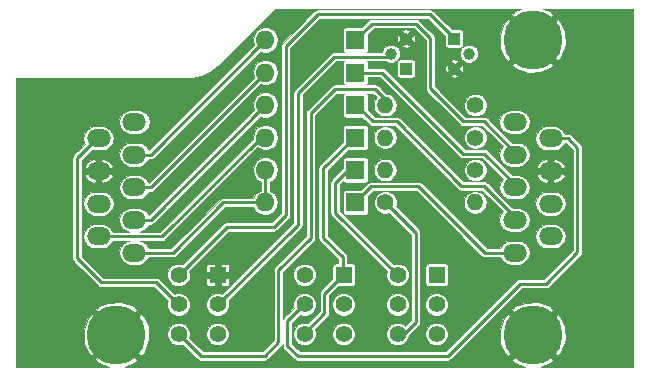
<source format=gbl>
G04 #@! TF.GenerationSoftware,KiCad,Pcbnew,5.0.2-bee76a0~70~ubuntu16.04.1*
G04 #@! TF.CreationDate,2019-02-24T19:25:28+01:00*
G04 #@! TF.ProjectId,OpenC64MegaDrivePadAdapter,4f70656e-4336-4344-9d65-676144726976,5*
G04 #@! TF.SameCoordinates,Original*
G04 #@! TF.FileFunction,Copper,L2,Bot*
G04 #@! TF.FilePolarity,Positive*
%FSLAX46Y46*%
G04 Gerber Fmt 4.6, Leading zero omitted, Abs format (unit mm)*
G04 Created by KiCad (PCBNEW 5.0.2-bee76a0~70~ubuntu16.04.1) date dom 24 feb 2019 19:25:28 CET*
%MOMM*%
%LPD*%
G01*
G04 APERTURE LIST*
G04 #@! TA.AperFunction,ComponentPad*
%ADD10R,1.000000X1.000000*%
G04 #@! TD*
G04 #@! TA.AperFunction,ComponentPad*
%ADD11C,1.000000*%
G04 #@! TD*
G04 #@! TA.AperFunction,ComponentPad*
%ADD12R,1.600000X1.600000*%
G04 #@! TD*
G04 #@! TA.AperFunction,ComponentPad*
%ADD13O,1.600000X1.600000*%
G04 #@! TD*
G04 #@! TA.AperFunction,ComponentPad*
%ADD14O,1.400000X1.400000*%
G04 #@! TD*
G04 #@! TA.AperFunction,ComponentPad*
%ADD15C,1.400000*%
G04 #@! TD*
G04 #@! TA.AperFunction,ComponentPad*
%ADD16R,1.400000X1.400000*%
G04 #@! TD*
G04 #@! TA.AperFunction,ComponentPad*
%ADD17C,5.001260*%
G04 #@! TD*
G04 #@! TA.AperFunction,ComponentPad*
%ADD18O,1.998980X1.501140*%
G04 #@! TD*
G04 #@! TA.AperFunction,ViaPad*
%ADD19C,1.000000*%
G04 #@! TD*
G04 #@! TA.AperFunction,Conductor*
%ADD20C,0.250000*%
G04 #@! TD*
G04 #@! TA.AperFunction,Conductor*
%ADD21C,0.500000*%
G04 #@! TD*
G04 #@! TA.AperFunction,Conductor*
%ADD22C,0.100000*%
G04 #@! TD*
G04 #@! TA.AperFunction,Conductor*
%ADD23C,0.025400*%
G04 #@! TD*
G04 APERTURE END LIST*
D10*
G04 #@! TO.P,Q2,1*
G04 #@! TO.N,Net-(Q2-Pad1)*
X168428696Y-93783609D03*
D11*
G04 #@! TO.P,Q2,3*
G04 #@! TO.N,GND*
X168428696Y-91243609D03*
G04 #@! TO.P,Q2,2*
G04 #@! TO.N,Net-(Q2-Pad2)*
X167158696Y-92513609D03*
G04 #@! TD*
D12*
G04 #@! TO.P,D4,1*
G04 #@! TO.N,Net-(D4-Pad1)*
X164159200Y-99619600D03*
D13*
G04 #@! TO.P,D4,2*
G04 #@! TO.N,/fire*
X156539200Y-99619600D03*
G04 #@! TD*
D14*
G04 #@! TO.P,R4,2*
G04 #@! TO.N,Net-(Q2-Pad1)*
X166674000Y-96869600D03*
D15*
G04 #@! TO.P,R4,1*
G04 #@! TO.N,+5V*
X174294000Y-96869600D03*
G04 #@! TD*
G04 #@! TO.P,S1,6*
G04 #@! TO.N,Net-(D4-Pad1)*
X159868000Y-116252000D03*
G04 #@! TO.P,S1,5*
G04 #@! TO.N,/md_c/~st*
X159868000Y-113752000D03*
G04 #@! TO.P,S1,4*
G04 #@! TO.N,Net-(S1-Pad3)*
X159868000Y-111252000D03*
G04 #@! TO.P,S1,3*
X163168000Y-116252000D03*
G04 #@! TO.P,S1,2*
G04 #@! TO.N,/md_b/~a*
X163168000Y-113752000D03*
D16*
G04 #@! TO.P,S1,1*
G04 #@! TO.N,Net-(D4-Pad1)*
X163168000Y-111252000D03*
G04 #@! TD*
D17*
G04 #@! TO.P,J20,*
G04 #@! TO.N,GND*
X179154000Y-116330560D03*
D18*
G04 #@! TO.P,J20,9*
G04 #@! TO.N,/md_c/~st*
X180672920Y-99680860D03*
G04 #@! TO.P,J20,8*
G04 #@! TO.N,GND*
X180672920Y-102452000D03*
G04 #@! TO.P,J20,7*
G04 #@! TO.N,+5V*
X180672920Y-105220600D03*
G04 #@! TO.P,J20,6*
G04 #@! TO.N,/md_b/~a*
X180672920Y-107991740D03*
G04 #@! TO.P,J20,1*
G04 #@! TO.N,/md_up*
X177635080Y-109376040D03*
G04 #@! TO.P,J20,2*
G04 #@! TO.N,/md_down*
X177635080Y-106607440D03*
G04 #@! TO.P,J20,5*
G04 #@! TO.N,+5V*
X177635080Y-98296560D03*
G04 #@! TO.P,J20,4*
G04 #@! TO.N,/md_right*
X177635080Y-101065160D03*
G04 #@! TO.P,J20,3*
G04 #@! TO.N,/md_left*
X177635080Y-103836300D03*
D17*
G04 #@! TO.P,J20,*
G04 #@! TO.N,GND*
X179154000Y-91342040D03*
G04 #@! TD*
D10*
G04 #@! TO.P,Q1,1*
G04 #@! TO.N,Net-(Q1-Pad1)*
X172514407Y-91243609D03*
D11*
G04 #@! TO.P,Q1,3*
G04 #@! TO.N,GND*
X172514407Y-93783609D03*
G04 #@! TO.P,Q1,2*
G04 #@! TO.N,Net-(Q1-Pad2)*
X173784407Y-92513609D03*
G04 #@! TD*
D14*
G04 #@! TO.P,R1,2*
G04 #@! TO.N,Net-(Q1-Pad2)*
X174294000Y-105119600D03*
D15*
G04 #@! TO.P,R1,1*
G04 #@! TO.N,Net-(R1-Pad1)*
X166674000Y-105119600D03*
G04 #@! TD*
G04 #@! TO.P,S2,6*
G04 #@! TO.N,Net-(R1-Pad1)*
X167742000Y-116252000D03*
G04 #@! TO.P,S2,5*
G04 #@! TO.N,Net-(S1-Pad3)*
X167742000Y-113752000D03*
G04 #@! TO.P,S2,4*
G04 #@! TO.N,Net-(D5-Pad1)*
X167742000Y-111252000D03*
G04 #@! TO.P,S2,3*
G04 #@! TO.N,Net-(S2-Pad3)*
X171042000Y-116252000D03*
G04 #@! TO.P,S2,2*
G04 #@! TO.N,Net-(S2-Pad2)*
X171042000Y-113752000D03*
D16*
G04 #@! TO.P,S2,1*
G04 #@! TO.N,Net-(S2-Pad1)*
X171042000Y-111252000D03*
G04 #@! TD*
D15*
G04 #@! TO.P,S3,6*
G04 #@! TO.N,Net-(Q2-Pad1)*
X149200000Y-116252000D03*
G04 #@! TO.P,S3,5*
G04 #@! TO.N,/pot_x*
X149200000Y-113752000D03*
G04 #@! TO.P,S3,4*
G04 #@! TO.N,Net-(Q1-Pad1)*
X149200000Y-111252000D03*
G04 #@! TO.P,S3,3*
X152500000Y-116252000D03*
G04 #@! TO.P,S3,2*
G04 #@! TO.N,Net-(Q2-Pad2)*
X152500000Y-113752000D03*
D16*
G04 #@! TO.P,S3,1*
G04 #@! TO.N,GND*
X152500000Y-111252000D03*
G04 #@! TD*
D13*
G04 #@! TO.P,D6,2*
G04 #@! TO.N,/up*
X156527200Y-105119600D03*
D12*
G04 #@! TO.P,D6,1*
G04 #@! TO.N,/md_up*
X164147200Y-105119600D03*
G04 #@! TD*
D15*
G04 #@! TO.P,R3,1*
G04 #@! TO.N,+5V*
X174294000Y-99619600D03*
D14*
G04 #@! TO.P,R3,2*
G04 #@! TO.N,Net-(Q1-Pad1)*
X166674000Y-99619600D03*
G04 #@! TD*
D12*
G04 #@! TO.P,D1,1*
G04 #@! TO.N,/md_right*
X164159200Y-91369600D03*
D13*
G04 #@! TO.P,D1,2*
G04 #@! TO.N,/right*
X156539200Y-91369600D03*
G04 #@! TD*
D12*
G04 #@! TO.P,D2,1*
G04 #@! TO.N,/md_left*
X164159200Y-94119600D03*
D13*
G04 #@! TO.P,D2,2*
G04 #@! TO.N,/left*
X156539200Y-94119600D03*
G04 #@! TD*
D12*
G04 #@! TO.P,D3,1*
G04 #@! TO.N,/md_down*
X164159200Y-96869600D03*
D13*
G04 #@! TO.P,D3,2*
G04 #@! TO.N,/down*
X156539200Y-96869600D03*
G04 #@! TD*
D12*
G04 #@! TO.P,D5,1*
G04 #@! TO.N,Net-(D5-Pad1)*
X164159200Y-102369600D03*
D13*
G04 #@! TO.P,D5,2*
G04 #@! TO.N,/up*
X156539200Y-102369600D03*
G04 #@! TD*
D15*
G04 #@! TO.P,R2,1*
G04 #@! TO.N,+5V*
X174294000Y-102369600D03*
D14*
G04 #@! TO.P,R2,2*
G04 #@! TO.N,Net-(R1-Pad1)*
X166674000Y-102369600D03*
G04 #@! TD*
D17*
G04 #@! TO.P,J10,*
G04 #@! TO.N,GND*
X143924000Y-116332000D03*
D18*
G04 #@! TO.P,J10,3*
G04 #@! TO.N,/left*
X145442920Y-103837740D03*
G04 #@! TO.P,J10,2*
G04 #@! TO.N,/down*
X145442920Y-106608880D03*
G04 #@! TO.P,J10,1*
G04 #@! TO.N,/up*
X145442920Y-109377480D03*
G04 #@! TO.P,J10,4*
G04 #@! TO.N,/right*
X145442920Y-101066600D03*
G04 #@! TO.P,J10,5*
G04 #@! TO.N,/pot_y*
X145442920Y-98298000D03*
G04 #@! TO.P,J10,9*
G04 #@! TO.N,/pot_x*
X142405080Y-99682300D03*
G04 #@! TO.P,J10,8*
G04 #@! TO.N,GND*
X142405080Y-102453440D03*
G04 #@! TO.P,J10,7*
G04 #@! TO.N,+5V*
X142405080Y-105222040D03*
G04 #@! TO.P,J10,6*
G04 #@! TO.N,/fire*
X142405080Y-107993180D03*
G04 #@! TD*
D19*
G04 #@! TO.N,GND*
X139352000Y-104140000D03*
X139352000Y-106680000D03*
X139352000Y-109220000D03*
X139352000Y-111760000D03*
X139352000Y-114300000D03*
X139352000Y-116840000D03*
X156483974Y-111251668D03*
X156483974Y-113801668D03*
X184488000Y-116930000D03*
X184488000Y-114390000D03*
X184488000Y-111850000D03*
X184488000Y-109310000D03*
X184488000Y-106770000D03*
X184488000Y-104230000D03*
X184488000Y-101690000D03*
X184488000Y-99150000D03*
X184488000Y-96610000D03*
X184488000Y-94070000D03*
X184488000Y-91530000D03*
X139352000Y-96520000D03*
X139352000Y-99060000D03*
X139352000Y-101600000D03*
X156483974Y-116301668D03*
G04 #@! TD*
D20*
G04 #@! TO.N,/up*
X156539200Y-105107600D02*
X156527200Y-105119600D01*
X156539200Y-102369600D02*
X156539200Y-105107600D01*
X148711920Y-109377480D02*
X145194000Y-109377480D01*
X152969800Y-105119600D02*
X148711920Y-109377480D01*
X156527200Y-105119600D02*
X152969800Y-105119600D01*
G04 #@! TO.N,/down*
X146806920Y-106608880D02*
X145194000Y-106608880D01*
X156539200Y-96876600D02*
X146806920Y-106608880D01*
G04 #@! TO.N,/left*
X156527600Y-94119600D02*
X146809460Y-103837740D01*
X146809460Y-103837740D02*
X145194000Y-103837740D01*
G04 #@! TO.N,Net-(D4-Pad1)*
X161518600Y-114501400D02*
X159768000Y-116252000D01*
X161518600Y-112826800D02*
X161518600Y-114501400D01*
X163068000Y-111277400D02*
X161518600Y-112826800D01*
X163068000Y-109753400D02*
X163068000Y-111277400D01*
X164159200Y-99619600D02*
X164032400Y-99619600D01*
X164032400Y-99619600D02*
X161417000Y-102235000D01*
X161417000Y-102235000D02*
X161417000Y-108102400D01*
X161417000Y-108102400D02*
X163068000Y-109753400D01*
G04 #@! TO.N,/right*
X146812000Y-101066600D02*
X145194000Y-101066600D01*
X156509000Y-91369600D02*
X146812000Y-101066600D01*
G04 #@! TO.N,Net-(D5-Pad1)*
X164159200Y-102369600D02*
X163492200Y-102369600D01*
X163492200Y-102369600D02*
X162433000Y-103428800D01*
X162433000Y-103428800D02*
X162433000Y-105994200D01*
X162433000Y-105994200D02*
X167642000Y-111203200D01*
G04 #@! TO.N,/fire*
X147759420Y-107993180D02*
X142654000Y-107993180D01*
X156133000Y-99619600D02*
X147759420Y-107993180D01*
X156539200Y-99619600D02*
X156133000Y-99619600D01*
G04 #@! TO.N,/md_up*
X165507800Y-103759000D02*
X164147200Y-105119600D01*
X169494200Y-103759000D02*
X165507800Y-103759000D01*
X175111240Y-109376040D02*
X169494200Y-103759000D01*
X177884000Y-109376040D02*
X175111240Y-109376040D01*
G04 #@! TO.N,/md_c/~st*
X158394400Y-115125600D02*
X159768000Y-113752000D01*
X158394400Y-117246400D02*
X158394400Y-115125600D01*
X159258000Y-118110000D02*
X158394400Y-117246400D01*
X171958000Y-118110000D02*
X159258000Y-118110000D01*
X178079400Y-111988600D02*
X171958000Y-118110000D01*
X180424000Y-99680860D02*
X182129260Y-99680860D01*
X180263800Y-111988600D02*
X178079400Y-111988600D01*
X182129260Y-99680860D02*
X182930800Y-100482400D01*
X182930800Y-100482400D02*
X182930800Y-109321600D01*
X182930800Y-109321600D02*
X180263800Y-111988600D01*
G04 #@! TO.N,/pot_x*
X140589000Y-101346000D02*
X142252700Y-99682300D01*
X142621000Y-111887000D02*
X140589000Y-109855000D01*
X142252700Y-99682300D02*
X142654000Y-99682300D01*
X140589000Y-109855000D02*
X140589000Y-101346000D01*
X149100000Y-113743200D02*
X147243800Y-111887000D01*
X147243800Y-111887000D02*
X142621000Y-111887000D01*
D21*
G04 #@! TO.N,GND*
X139352000Y-104140000D02*
X139352000Y-106680000D01*
X139352000Y-109220000D02*
X139352000Y-111760000D01*
X139352000Y-114300000D02*
X139352000Y-116840000D01*
X184488000Y-114390000D02*
X184488000Y-116930000D01*
X184488000Y-109310000D02*
X184488000Y-111850000D01*
X184488000Y-104230000D02*
X184488000Y-106770000D01*
X184488000Y-99150000D02*
X184488000Y-101690000D01*
X184488000Y-94070000D02*
X184488000Y-96610000D01*
X139352000Y-99060000D02*
X139352000Y-101600000D01*
D22*
X156483974Y-116301668D02*
X156483974Y-113801668D01*
D20*
G04 #@! TO.N,Net-(Q1-Pad1)*
X149200000Y-111251600D02*
X149200000Y-111252000D01*
X153263600Y-107188000D02*
X149200000Y-111251600D01*
X157226000Y-107188000D02*
X153263600Y-107188000D01*
X158242000Y-106172000D02*
X157226000Y-107188000D01*
X158242000Y-91897200D02*
X158242000Y-106172000D01*
X160985200Y-89154000D02*
X158242000Y-91897200D01*
X172514407Y-91234407D02*
X170434000Y-89154000D01*
X170434000Y-89154000D02*
X160985200Y-89154000D01*
G04 #@! TO.N,/md_left*
X173278800Y-100990400D02*
X166408000Y-94119600D01*
X175038100Y-100990400D02*
X173278800Y-100990400D01*
X166408000Y-94119600D02*
X164159200Y-94119600D01*
X177884000Y-103836300D02*
X175038100Y-100990400D01*
G04 #@! TO.N,/md_right*
X175056800Y-98247200D02*
X177874760Y-101065160D01*
X173278800Y-98247200D02*
X175056800Y-98247200D01*
X170484800Y-95453200D02*
X173278800Y-98247200D01*
X170484800Y-91186000D02*
X170484800Y-95453200D01*
X164159200Y-91364800D02*
X165557200Y-89966800D01*
X165557200Y-89966800D02*
X169265600Y-89966800D01*
X169265600Y-89966800D02*
X170484800Y-91186000D01*
G04 #@! TO.N,/md_down*
X165608000Y-98247200D02*
X164230400Y-96869600D01*
X167640000Y-98247200D02*
X165608000Y-98247200D01*
X177884000Y-106560800D02*
X175056800Y-103733600D01*
X175056800Y-103733600D02*
X173126400Y-103733600D01*
X173126400Y-103733600D02*
X167640000Y-98247200D01*
G04 #@! TO.N,Net-(Q2-Pad1)*
X166674000Y-96366800D02*
X166674000Y-96869600D01*
X165811200Y-95504000D02*
X166674000Y-96366800D01*
X162433000Y-95504000D02*
X165811200Y-95504000D01*
X160375600Y-97561400D02*
X162433000Y-95504000D01*
X160375600Y-108102400D02*
X160375600Y-97561400D01*
X157632400Y-110845600D02*
X160375600Y-108102400D01*
X149200000Y-116252000D02*
X151058000Y-118110000D01*
X151058000Y-118110000D02*
X156464000Y-118110000D01*
X156464000Y-118110000D02*
X157632400Y-116941600D01*
X157632400Y-116941600D02*
X157632400Y-110845600D01*
G04 #@! TO.N,Net-(Q2-Pad2)*
X159283400Y-107010200D02*
X159283400Y-95859600D01*
X159283400Y-95859600D02*
X162382200Y-92760800D01*
X162382200Y-92760800D02*
X166911505Y-92760800D01*
X166911505Y-92760800D02*
X167158696Y-92513609D01*
X152541600Y-113752000D02*
X159283400Y-107010200D01*
G04 #@! TO.N,Net-(R1-Pad1)*
X168228000Y-116252000D02*
X167642000Y-116252000D01*
X169265600Y-115214400D02*
X168228000Y-116252000D01*
X166689200Y-105119600D02*
X169265600Y-107696000D01*
X166674000Y-105119600D02*
X166689200Y-105119600D01*
X169265600Y-107696000D02*
X169265600Y-115214400D01*
G04 #@! TD*
D23*
G04 #@! TO.N,GND*
G36*
X177696829Y-88925892D02*
X177384124Y-89230915D01*
X179154000Y-91000790D01*
X180923876Y-89230915D01*
X180611171Y-88925892D01*
X180073079Y-88731700D01*
X187628300Y-88731700D01*
X187628301Y-119038300D01*
X179907202Y-119038300D01*
X180611171Y-118746708D01*
X180923876Y-118441685D01*
X179154000Y-116671810D01*
X177384124Y-118441685D01*
X177696829Y-118746708D01*
X178504809Y-119038300D01*
X144680679Y-119038300D01*
X145381171Y-118748148D01*
X145693876Y-118443125D01*
X143924000Y-116673250D01*
X142154124Y-118443125D01*
X142466829Y-118748148D01*
X143270819Y-119038300D01*
X135381700Y-119038300D01*
X135381700Y-115910369D01*
X141134136Y-115910369D01*
X141185151Y-117010098D01*
X141507852Y-117789171D01*
X141812875Y-118101876D01*
X143582750Y-116332000D01*
X144265250Y-116332000D01*
X146035125Y-118101876D01*
X146340148Y-117789171D01*
X146713864Y-116753631D01*
X146681674Y-116059711D01*
X148233300Y-116059711D01*
X148233300Y-116444289D01*
X148380471Y-116799592D01*
X148652408Y-117071529D01*
X149007711Y-117218700D01*
X149392289Y-117218700D01*
X149548181Y-117154128D01*
X150753750Y-118359697D01*
X150775601Y-118392399D01*
X150905167Y-118478973D01*
X151019425Y-118501700D01*
X151019430Y-118501700D01*
X151058000Y-118509372D01*
X151096570Y-118501700D01*
X156425430Y-118501700D01*
X156464000Y-118509372D01*
X156502570Y-118501700D01*
X156502575Y-118501700D01*
X156616833Y-118478973D01*
X156746399Y-118392399D01*
X156768250Y-118359697D01*
X157882100Y-117245847D01*
X157914799Y-117223999D01*
X157936648Y-117191300D01*
X157936650Y-117191298D01*
X158001372Y-117094435D01*
X158001372Y-117094434D01*
X158001373Y-117094433D01*
X158002700Y-117087761D01*
X158002700Y-117207829D01*
X157995028Y-117246400D01*
X158002700Y-117284970D01*
X158002700Y-117284974D01*
X158025427Y-117399232D01*
X158112001Y-117528799D01*
X158144703Y-117550650D01*
X158953750Y-118359697D01*
X158975601Y-118392399D01*
X159105167Y-118478973D01*
X159219425Y-118501700D01*
X159219430Y-118501700D01*
X159258000Y-118509372D01*
X159296570Y-118501700D01*
X171919430Y-118501700D01*
X171958000Y-118509372D01*
X171996570Y-118501700D01*
X171996575Y-118501700D01*
X172110833Y-118478973D01*
X172240399Y-118392399D01*
X172262250Y-118359697D01*
X174713018Y-115908929D01*
X176364136Y-115908929D01*
X176415151Y-117008658D01*
X176737852Y-117787731D01*
X177042875Y-118100436D01*
X178812750Y-116330560D01*
X179495250Y-116330560D01*
X181265125Y-118100436D01*
X181570148Y-117787731D01*
X181943864Y-116752191D01*
X181892849Y-115652462D01*
X181570148Y-114873389D01*
X181265125Y-114560684D01*
X179495250Y-116330560D01*
X178812750Y-116330560D01*
X177042875Y-114560684D01*
X176737852Y-114873389D01*
X176364136Y-115908929D01*
X174713018Y-115908929D01*
X176402512Y-114219435D01*
X177384124Y-114219435D01*
X179154000Y-115989310D01*
X180923876Y-114219435D01*
X180611171Y-113914412D01*
X179575631Y-113540696D01*
X178475902Y-113591711D01*
X177696829Y-113914412D01*
X177384124Y-114219435D01*
X176402512Y-114219435D01*
X178241648Y-112380300D01*
X180225230Y-112380300D01*
X180263800Y-112387972D01*
X180302370Y-112380300D01*
X180302375Y-112380300D01*
X180416633Y-112357573D01*
X180546199Y-112270999D01*
X180568050Y-112238297D01*
X183180497Y-109625850D01*
X183213199Y-109603999D01*
X183299773Y-109474433D01*
X183322500Y-109360175D01*
X183322500Y-109360170D01*
X183330172Y-109321600D01*
X183322500Y-109283030D01*
X183322500Y-100520970D01*
X183330172Y-100482400D01*
X183322500Y-100443830D01*
X183322500Y-100443825D01*
X183299773Y-100329567D01*
X183213199Y-100200001D01*
X183180498Y-100178151D01*
X182433510Y-99431163D01*
X182411659Y-99398461D01*
X182282093Y-99311887D01*
X182167835Y-99289160D01*
X182167830Y-99289160D01*
X182129260Y-99281488D01*
X182090690Y-99289160D01*
X181881125Y-99289160D01*
X181880087Y-99283941D01*
X181655250Y-98947450D01*
X181318759Y-98722613D01*
X181022030Y-98663590D01*
X180323810Y-98663590D01*
X180027081Y-98722613D01*
X179690590Y-98947450D01*
X179465753Y-99283941D01*
X179386801Y-99680860D01*
X179465753Y-100077779D01*
X179690590Y-100414270D01*
X180027081Y-100639107D01*
X180323810Y-100698130D01*
X181022030Y-100698130D01*
X181318759Y-100639107D01*
X181655250Y-100414270D01*
X181880087Y-100077779D01*
X181881125Y-100072560D01*
X181967013Y-100072560D01*
X182539100Y-100644647D01*
X182539101Y-109159352D01*
X180101553Y-111596900D01*
X178117970Y-111596900D01*
X178079400Y-111589228D01*
X178040830Y-111596900D01*
X178040825Y-111596900D01*
X177926567Y-111619627D01*
X177926565Y-111619628D01*
X177926566Y-111619628D01*
X177829702Y-111684350D01*
X177829700Y-111684352D01*
X177797001Y-111706201D01*
X177775152Y-111738900D01*
X171795753Y-117718300D01*
X159420247Y-117718300D01*
X158786100Y-117084153D01*
X158786100Y-116059711D01*
X158901300Y-116059711D01*
X158901300Y-116444289D01*
X159048471Y-116799592D01*
X159320408Y-117071529D01*
X159675711Y-117218700D01*
X160060289Y-117218700D01*
X160415592Y-117071529D01*
X160687529Y-116799592D01*
X160834700Y-116444289D01*
X160834700Y-116059711D01*
X162201300Y-116059711D01*
X162201300Y-116444289D01*
X162348471Y-116799592D01*
X162620408Y-117071529D01*
X162975711Y-117218700D01*
X163360289Y-117218700D01*
X163715592Y-117071529D01*
X163987529Y-116799592D01*
X164134700Y-116444289D01*
X164134700Y-116059711D01*
X163987529Y-115704408D01*
X163715592Y-115432471D01*
X163360289Y-115285300D01*
X162975711Y-115285300D01*
X162620408Y-115432471D01*
X162348471Y-115704408D01*
X162201300Y-116059711D01*
X160834700Y-116059711D01*
X160740839Y-115833109D01*
X161768300Y-114805648D01*
X161800999Y-114783799D01*
X161822848Y-114751100D01*
X161822850Y-114751098D01*
X161887572Y-114654235D01*
X161887572Y-114654234D01*
X161887573Y-114654233D01*
X161910300Y-114539975D01*
X161910300Y-114539971D01*
X161917972Y-114501401D01*
X161910300Y-114462831D01*
X161910300Y-113559711D01*
X162201300Y-113559711D01*
X162201300Y-113944289D01*
X162348471Y-114299592D01*
X162620408Y-114571529D01*
X162975711Y-114718700D01*
X163360289Y-114718700D01*
X163715592Y-114571529D01*
X163987529Y-114299592D01*
X164134700Y-113944289D01*
X164134700Y-113559711D01*
X166775300Y-113559711D01*
X166775300Y-113944289D01*
X166922471Y-114299592D01*
X167194408Y-114571529D01*
X167549711Y-114718700D01*
X167934289Y-114718700D01*
X168289592Y-114571529D01*
X168561529Y-114299592D01*
X168708700Y-113944289D01*
X168708700Y-113559711D01*
X168561529Y-113204408D01*
X168289592Y-112932471D01*
X167934289Y-112785300D01*
X167549711Y-112785300D01*
X167194408Y-112932471D01*
X166922471Y-113204408D01*
X166775300Y-113559711D01*
X164134700Y-113559711D01*
X163987529Y-113204408D01*
X163715592Y-112932471D01*
X163360289Y-112785300D01*
X162975711Y-112785300D01*
X162620408Y-112932471D01*
X162348471Y-113204408D01*
X162201300Y-113559711D01*
X161910300Y-113559711D01*
X161910300Y-112989047D01*
X162675424Y-112223924D01*
X163868000Y-112223924D01*
X163972061Y-112203225D01*
X164060279Y-112144279D01*
X164119225Y-112056061D01*
X164139924Y-111952000D01*
X164139924Y-110552000D01*
X164119225Y-110447939D01*
X164060279Y-110359721D01*
X163972061Y-110300775D01*
X163868000Y-110280076D01*
X163459700Y-110280076D01*
X163459700Y-109791970D01*
X163467372Y-109753400D01*
X163459700Y-109714830D01*
X163459700Y-109714825D01*
X163436973Y-109600567D01*
X163350399Y-109471001D01*
X163317698Y-109449151D01*
X161808700Y-107940153D01*
X161808700Y-103428800D01*
X162033628Y-103428800D01*
X162041300Y-103467371D01*
X162041301Y-105955625D01*
X162033628Y-105994200D01*
X162064028Y-106147034D01*
X162128750Y-106243897D01*
X162128753Y-106243900D01*
X162150602Y-106276599D01*
X162183301Y-106298448D01*
X166824876Y-110940024D01*
X166775300Y-111059711D01*
X166775300Y-111444289D01*
X166922471Y-111799592D01*
X167194408Y-112071529D01*
X167549711Y-112218700D01*
X167934289Y-112218700D01*
X168289592Y-112071529D01*
X168561529Y-111799592D01*
X168708700Y-111444289D01*
X168708700Y-111059711D01*
X168561529Y-110704408D01*
X168289592Y-110432471D01*
X167934289Y-110285300D01*
X167549711Y-110285300D01*
X167357616Y-110364868D01*
X162824700Y-105831953D01*
X162824700Y-104319600D01*
X163075276Y-104319600D01*
X163075276Y-105919600D01*
X163095975Y-106023661D01*
X163154921Y-106111879D01*
X163243139Y-106170825D01*
X163347200Y-106191524D01*
X164947200Y-106191524D01*
X165051261Y-106170825D01*
X165139479Y-106111879D01*
X165198425Y-106023661D01*
X165219124Y-105919600D01*
X165219124Y-104927311D01*
X165707300Y-104927311D01*
X165707300Y-105311889D01*
X165854471Y-105667192D01*
X166126408Y-105939129D01*
X166481711Y-106086300D01*
X166866289Y-106086300D01*
X167032929Y-106017276D01*
X168873900Y-107858247D01*
X168873901Y-115052151D01*
X168391587Y-115534466D01*
X168289592Y-115432471D01*
X167934289Y-115285300D01*
X167549711Y-115285300D01*
X167194408Y-115432471D01*
X166922471Y-115704408D01*
X166775300Y-116059711D01*
X166775300Y-116444289D01*
X166922471Y-116799592D01*
X167194408Y-117071529D01*
X167549711Y-117218700D01*
X167934289Y-117218700D01*
X168289592Y-117071529D01*
X168561529Y-116799592D01*
X168708700Y-116444289D01*
X168708700Y-116325247D01*
X168974236Y-116059711D01*
X170075300Y-116059711D01*
X170075300Y-116444289D01*
X170222471Y-116799592D01*
X170494408Y-117071529D01*
X170849711Y-117218700D01*
X171234289Y-117218700D01*
X171589592Y-117071529D01*
X171861529Y-116799592D01*
X172008700Y-116444289D01*
X172008700Y-116059711D01*
X171861529Y-115704408D01*
X171589592Y-115432471D01*
X171234289Y-115285300D01*
X170849711Y-115285300D01*
X170494408Y-115432471D01*
X170222471Y-115704408D01*
X170075300Y-116059711D01*
X168974236Y-116059711D01*
X169515300Y-115518648D01*
X169547999Y-115496799D01*
X169569848Y-115464100D01*
X169569850Y-115464098D01*
X169634572Y-115367235D01*
X169634572Y-115367234D01*
X169634573Y-115367233D01*
X169657300Y-115252975D01*
X169657300Y-115252971D01*
X169664972Y-115214400D01*
X169657300Y-115175830D01*
X169657300Y-113559711D01*
X170075300Y-113559711D01*
X170075300Y-113944289D01*
X170222471Y-114299592D01*
X170494408Y-114571529D01*
X170849711Y-114718700D01*
X171234289Y-114718700D01*
X171589592Y-114571529D01*
X171861529Y-114299592D01*
X172008700Y-113944289D01*
X172008700Y-113559711D01*
X171861529Y-113204408D01*
X171589592Y-112932471D01*
X171234289Y-112785300D01*
X170849711Y-112785300D01*
X170494408Y-112932471D01*
X170222471Y-113204408D01*
X170075300Y-113559711D01*
X169657300Y-113559711D01*
X169657300Y-110552000D01*
X170070076Y-110552000D01*
X170070076Y-111952000D01*
X170090775Y-112056061D01*
X170149721Y-112144279D01*
X170237939Y-112203225D01*
X170342000Y-112223924D01*
X171742000Y-112223924D01*
X171846061Y-112203225D01*
X171934279Y-112144279D01*
X171993225Y-112056061D01*
X172013924Y-111952000D01*
X172013924Y-110552000D01*
X171993225Y-110447939D01*
X171934279Y-110359721D01*
X171846061Y-110300775D01*
X171742000Y-110280076D01*
X170342000Y-110280076D01*
X170237939Y-110300775D01*
X170149721Y-110359721D01*
X170090775Y-110447939D01*
X170070076Y-110552000D01*
X169657300Y-110552000D01*
X169657300Y-107734570D01*
X169664972Y-107696000D01*
X169657300Y-107657430D01*
X169657300Y-107657425D01*
X169634573Y-107543167D01*
X169547999Y-107413601D01*
X169515298Y-107391751D01*
X167580580Y-105457033D01*
X167640700Y-105311889D01*
X167640700Y-104927311D01*
X167493529Y-104572008D01*
X167221592Y-104300071D01*
X166866289Y-104152900D01*
X166481711Y-104152900D01*
X166126408Y-104300071D01*
X165854471Y-104572008D01*
X165707300Y-104927311D01*
X165219124Y-104927311D01*
X165219124Y-104601624D01*
X165670048Y-104150700D01*
X169331953Y-104150700D01*
X174806992Y-109625740D01*
X174828841Y-109658439D01*
X174861540Y-109680288D01*
X174861542Y-109680290D01*
X174958405Y-109745012D01*
X174958406Y-109745012D01*
X174958407Y-109745013D01*
X175072665Y-109767740D01*
X175072669Y-109767740D01*
X175111239Y-109775412D01*
X175149809Y-109767740D01*
X176426875Y-109767740D01*
X176427913Y-109772959D01*
X176652750Y-110109450D01*
X176989241Y-110334287D01*
X177285970Y-110393310D01*
X177984190Y-110393310D01*
X178280919Y-110334287D01*
X178617410Y-110109450D01*
X178842247Y-109772959D01*
X178921199Y-109376040D01*
X178842247Y-108979121D01*
X178617410Y-108642630D01*
X178280919Y-108417793D01*
X177984190Y-108358770D01*
X177285970Y-108358770D01*
X176989241Y-108417793D01*
X176652750Y-108642630D01*
X176427913Y-108979121D01*
X176426875Y-108984340D01*
X175273488Y-108984340D01*
X174280888Y-107991740D01*
X179386801Y-107991740D01*
X179465753Y-108388659D01*
X179690590Y-108725150D01*
X180027081Y-108949987D01*
X180323810Y-109009010D01*
X181022030Y-109009010D01*
X181318759Y-108949987D01*
X181655250Y-108725150D01*
X181880087Y-108388659D01*
X181959039Y-107991740D01*
X181880087Y-107594821D01*
X181655250Y-107258330D01*
X181318759Y-107033493D01*
X181022030Y-106974470D01*
X180323810Y-106974470D01*
X180027081Y-107033493D01*
X179690590Y-107258330D01*
X179465753Y-107594821D01*
X179386801Y-107991740D01*
X174280888Y-107991740D01*
X171408748Y-105119600D01*
X173308362Y-105119600D01*
X173383389Y-105496787D01*
X173597049Y-105816551D01*
X173916813Y-106030211D01*
X174198792Y-106086300D01*
X174389208Y-106086300D01*
X174671187Y-106030211D01*
X174990951Y-105816551D01*
X175204611Y-105496787D01*
X175279638Y-105119600D01*
X175204611Y-104742413D01*
X174990951Y-104422649D01*
X174671187Y-104208989D01*
X174389208Y-104152900D01*
X174198792Y-104152900D01*
X173916813Y-104208989D01*
X173597049Y-104422649D01*
X173383389Y-104742413D01*
X173308362Y-105119600D01*
X171408748Y-105119600D01*
X169798450Y-103509303D01*
X169776599Y-103476601D01*
X169647033Y-103390027D01*
X169532775Y-103367300D01*
X169532770Y-103367300D01*
X169494200Y-103359628D01*
X169455630Y-103367300D01*
X165546370Y-103367300D01*
X165507800Y-103359628D01*
X165469229Y-103367300D01*
X165469225Y-103367300D01*
X165354967Y-103390027D01*
X165354966Y-103390028D01*
X165354965Y-103390028D01*
X165258102Y-103454750D01*
X165258100Y-103454752D01*
X165225401Y-103476601D01*
X165203552Y-103509300D01*
X164665176Y-104047676D01*
X163347200Y-104047676D01*
X163243139Y-104068375D01*
X163154921Y-104127321D01*
X163095975Y-104215539D01*
X163075276Y-104319600D01*
X162824700Y-104319600D01*
X162824700Y-103591047D01*
X163121638Y-103294109D01*
X163166921Y-103361879D01*
X163255139Y-103420825D01*
X163359200Y-103441524D01*
X164959200Y-103441524D01*
X165063261Y-103420825D01*
X165151479Y-103361879D01*
X165210425Y-103273661D01*
X165231124Y-103169600D01*
X165231124Y-102369600D01*
X165688362Y-102369600D01*
X165763389Y-102746787D01*
X165977049Y-103066551D01*
X166296813Y-103280211D01*
X166578792Y-103336300D01*
X166769208Y-103336300D01*
X167051187Y-103280211D01*
X167370951Y-103066551D01*
X167584611Y-102746787D01*
X167659638Y-102369600D01*
X167584611Y-101992413D01*
X167370951Y-101672649D01*
X167051187Y-101458989D01*
X166769208Y-101402900D01*
X166578792Y-101402900D01*
X166296813Y-101458989D01*
X165977049Y-101672649D01*
X165763389Y-101992413D01*
X165688362Y-102369600D01*
X165231124Y-102369600D01*
X165231124Y-101569600D01*
X165210425Y-101465539D01*
X165151479Y-101377321D01*
X165063261Y-101318375D01*
X164959200Y-101297676D01*
X163359200Y-101297676D01*
X163255139Y-101318375D01*
X163166921Y-101377321D01*
X163107975Y-101465539D01*
X163087276Y-101569600D01*
X163087276Y-102220576D01*
X162183303Y-103124550D01*
X162150601Y-103146401D01*
X162064027Y-103275968D01*
X162041300Y-103390226D01*
X162041300Y-103390230D01*
X162033628Y-103428800D01*
X161808700Y-103428800D01*
X161808700Y-102397247D01*
X163514424Y-100691524D01*
X164959200Y-100691524D01*
X165063261Y-100670825D01*
X165151479Y-100611879D01*
X165210425Y-100523661D01*
X165231124Y-100419600D01*
X165231124Y-99619600D01*
X165688362Y-99619600D01*
X165763389Y-99996787D01*
X165977049Y-100316551D01*
X166296813Y-100530211D01*
X166578792Y-100586300D01*
X166769208Y-100586300D01*
X167051187Y-100530211D01*
X167370951Y-100316551D01*
X167584611Y-99996787D01*
X167659638Y-99619600D01*
X167584611Y-99242413D01*
X167370951Y-98922649D01*
X167051187Y-98708989D01*
X166769208Y-98652900D01*
X166578792Y-98652900D01*
X166296813Y-98708989D01*
X165977049Y-98922649D01*
X165763389Y-99242413D01*
X165688362Y-99619600D01*
X165231124Y-99619600D01*
X165231124Y-98819600D01*
X165210425Y-98715539D01*
X165151479Y-98627321D01*
X165063261Y-98568375D01*
X164959200Y-98547676D01*
X163359200Y-98547676D01*
X163255139Y-98568375D01*
X163166921Y-98627321D01*
X163107975Y-98715539D01*
X163087276Y-98819600D01*
X163087276Y-100010776D01*
X161167303Y-101930750D01*
X161134601Y-101952601D01*
X161112751Y-101985302D01*
X161112750Y-101985303D01*
X161063457Y-102059076D01*
X161048027Y-102082168D01*
X161025300Y-102196426D01*
X161025300Y-102196430D01*
X161017628Y-102235000D01*
X161025300Y-102273571D01*
X161025301Y-108063825D01*
X161017628Y-108102400D01*
X161048028Y-108255234D01*
X161112750Y-108352097D01*
X161112753Y-108352100D01*
X161134602Y-108384799D01*
X161167301Y-108406648D01*
X162676300Y-109915647D01*
X162676300Y-110280076D01*
X162468000Y-110280076D01*
X162363939Y-110300775D01*
X162275721Y-110359721D01*
X162216775Y-110447939D01*
X162196076Y-110552000D01*
X162196076Y-111595376D01*
X161268903Y-112522550D01*
X161236201Y-112544401D01*
X161149627Y-112673968D01*
X161126900Y-112788226D01*
X161126900Y-112788230D01*
X161119228Y-112826800D01*
X161126900Y-112865371D01*
X161126901Y-114339151D01*
X160145470Y-115320583D01*
X160060289Y-115285300D01*
X159675711Y-115285300D01*
X159320408Y-115432471D01*
X159048471Y-115704408D01*
X158901300Y-116059711D01*
X158786100Y-116059711D01*
X158786100Y-115287847D01*
X159449109Y-114624838D01*
X159675711Y-114718700D01*
X160060289Y-114718700D01*
X160415592Y-114571529D01*
X160687529Y-114299592D01*
X160834700Y-113944289D01*
X160834700Y-113559711D01*
X160687529Y-113204408D01*
X160415592Y-112932471D01*
X160060289Y-112785300D01*
X159675711Y-112785300D01*
X159320408Y-112932471D01*
X159048471Y-113204408D01*
X158901300Y-113559711D01*
X158901300Y-113944289D01*
X158936583Y-114029470D01*
X158144701Y-114821352D01*
X158112002Y-114843201D01*
X158090153Y-114875900D01*
X158090150Y-114875903D01*
X158025428Y-114972766D01*
X158024100Y-114979442D01*
X158024100Y-111059711D01*
X158901300Y-111059711D01*
X158901300Y-111444289D01*
X159048471Y-111799592D01*
X159320408Y-112071529D01*
X159675711Y-112218700D01*
X160060289Y-112218700D01*
X160415592Y-112071529D01*
X160687529Y-111799592D01*
X160834700Y-111444289D01*
X160834700Y-111059711D01*
X160687529Y-110704408D01*
X160415592Y-110432471D01*
X160060289Y-110285300D01*
X159675711Y-110285300D01*
X159320408Y-110432471D01*
X159048471Y-110704408D01*
X158901300Y-111059711D01*
X158024100Y-111059711D01*
X158024100Y-111007847D01*
X160625298Y-108406649D01*
X160657999Y-108384799D01*
X160744573Y-108255233D01*
X160767300Y-108140975D01*
X160767300Y-108140970D01*
X160774972Y-108102400D01*
X160767300Y-108063830D01*
X160767300Y-97723647D01*
X162595248Y-95895700D01*
X163154640Y-95895700D01*
X163107975Y-95965539D01*
X163087276Y-96069600D01*
X163087276Y-97669600D01*
X163107975Y-97773661D01*
X163166921Y-97861879D01*
X163255139Y-97920825D01*
X163359200Y-97941524D01*
X164748377Y-97941524D01*
X165303750Y-98496897D01*
X165325601Y-98529599D01*
X165455167Y-98616173D01*
X165569425Y-98638900D01*
X165569430Y-98638900D01*
X165608000Y-98646572D01*
X165646570Y-98638900D01*
X167477753Y-98638900D01*
X172822152Y-103983300D01*
X172844001Y-104015999D01*
X172876700Y-104037848D01*
X172876702Y-104037850D01*
X172973565Y-104102572D01*
X172973566Y-104102572D01*
X172973567Y-104102573D01*
X173087825Y-104125300D01*
X173087829Y-104125300D01*
X173126399Y-104132972D01*
X173164969Y-104125300D01*
X174894553Y-104125300D01*
X176648958Y-105879705D01*
X176427913Y-106210521D01*
X176348961Y-106607440D01*
X176427913Y-107004359D01*
X176652750Y-107340850D01*
X176989241Y-107565687D01*
X177285970Y-107624710D01*
X177984190Y-107624710D01*
X178280919Y-107565687D01*
X178617410Y-107340850D01*
X178842247Y-107004359D01*
X178921199Y-106607440D01*
X178842247Y-106210521D01*
X178617410Y-105874030D01*
X178280919Y-105649193D01*
X177984190Y-105590170D01*
X177467317Y-105590170D01*
X177097747Y-105220600D01*
X179386801Y-105220600D01*
X179465753Y-105617519D01*
X179690590Y-105954010D01*
X180027081Y-106178847D01*
X180323810Y-106237870D01*
X181022030Y-106237870D01*
X181318759Y-106178847D01*
X181655250Y-105954010D01*
X181880087Y-105617519D01*
X181959039Y-105220600D01*
X181880087Y-104823681D01*
X181655250Y-104487190D01*
X181318759Y-104262353D01*
X181022030Y-104203330D01*
X180323810Y-104203330D01*
X180027081Y-104262353D01*
X179690590Y-104487190D01*
X179465753Y-104823681D01*
X179386801Y-105220600D01*
X177097747Y-105220600D01*
X175361049Y-103483902D01*
X175339199Y-103451201D01*
X175209633Y-103364627D01*
X175095375Y-103341900D01*
X175095370Y-103341900D01*
X175056800Y-103334228D01*
X175018230Y-103341900D01*
X173288648Y-103341900D01*
X172124059Y-102177311D01*
X173327300Y-102177311D01*
X173327300Y-102561889D01*
X173474471Y-102917192D01*
X173746408Y-103189129D01*
X174101711Y-103336300D01*
X174486289Y-103336300D01*
X174841592Y-103189129D01*
X175113529Y-102917192D01*
X175260700Y-102561889D01*
X175260700Y-102177311D01*
X175113529Y-101822008D01*
X174841592Y-101550071D01*
X174486289Y-101402900D01*
X174101711Y-101402900D01*
X173746408Y-101550071D01*
X173474471Y-101822008D01*
X173327300Y-102177311D01*
X172124059Y-102177311D01*
X167944250Y-97997503D01*
X167922399Y-97964801D01*
X167792833Y-97878227D01*
X167678575Y-97855500D01*
X167678570Y-97855500D01*
X167640000Y-97847828D01*
X167601430Y-97855500D01*
X165770247Y-97855500D01*
X165231124Y-97316377D01*
X165231124Y-96069600D01*
X165210425Y-95965539D01*
X165163760Y-95895700D01*
X165648953Y-95895700D01*
X165956562Y-96203310D01*
X165763389Y-96492413D01*
X165688362Y-96869600D01*
X165763389Y-97246787D01*
X165977049Y-97566551D01*
X166296813Y-97780211D01*
X166578792Y-97836300D01*
X166769208Y-97836300D01*
X167051187Y-97780211D01*
X167370951Y-97566551D01*
X167584611Y-97246787D01*
X167659638Y-96869600D01*
X167584611Y-96492413D01*
X167370951Y-96172649D01*
X167051187Y-95958989D01*
X166769208Y-95902900D01*
X166764048Y-95902900D01*
X166115450Y-95254303D01*
X166093599Y-95221601D01*
X165964033Y-95135027D01*
X165849775Y-95112300D01*
X165849770Y-95112300D01*
X165811200Y-95104628D01*
X165772630Y-95112300D01*
X165150849Y-95112300D01*
X165151479Y-95111879D01*
X165210425Y-95023661D01*
X165231124Y-94919600D01*
X165231124Y-94511300D01*
X166245753Y-94511300D01*
X172974550Y-101240097D01*
X172996401Y-101272799D01*
X173125967Y-101359373D01*
X173240225Y-101382100D01*
X173240230Y-101382100D01*
X173278800Y-101389772D01*
X173317370Y-101382100D01*
X174875853Y-101382100D01*
X176630276Y-103136524D01*
X176427913Y-103439381D01*
X176348961Y-103836300D01*
X176427913Y-104233219D01*
X176652750Y-104569710D01*
X176989241Y-104794547D01*
X177285970Y-104853570D01*
X177984190Y-104853570D01*
X178280919Y-104794547D01*
X178617410Y-104569710D01*
X178842247Y-104233219D01*
X178921199Y-103836300D01*
X178842247Y-103439381D01*
X178617410Y-103102890D01*
X178280919Y-102878053D01*
X178114369Y-102844924D01*
X179485677Y-102844924D01*
X179604759Y-103056632D01*
X179898503Y-103324117D01*
X180272249Y-103458830D01*
X180431620Y-103403498D01*
X180431620Y-102693300D01*
X180914220Y-102693300D01*
X180914220Y-103403498D01*
X181073591Y-103458830D01*
X181447337Y-103324117D01*
X181741081Y-103056632D01*
X181860163Y-102844924D01*
X181841299Y-102693300D01*
X180914220Y-102693300D01*
X180431620Y-102693300D01*
X179504541Y-102693300D01*
X179485677Y-102844924D01*
X178114369Y-102844924D01*
X177984190Y-102819030D01*
X177420678Y-102819030D01*
X175342350Y-100740703D01*
X175320499Y-100708001D01*
X175190933Y-100621427D01*
X175076675Y-100598700D01*
X175076670Y-100598700D01*
X175038100Y-100591028D01*
X174999530Y-100598700D01*
X173441047Y-100598700D01*
X172269658Y-99427311D01*
X173327300Y-99427311D01*
X173327300Y-99811889D01*
X173474471Y-100167192D01*
X173746408Y-100439129D01*
X174101711Y-100586300D01*
X174486289Y-100586300D01*
X174841592Y-100439129D01*
X175113529Y-100167192D01*
X175260700Y-99811889D01*
X175260700Y-99427311D01*
X175113529Y-99072008D01*
X174841592Y-98800071D01*
X174486289Y-98652900D01*
X174101711Y-98652900D01*
X173746408Y-98800071D01*
X173474471Y-99072008D01*
X173327300Y-99427311D01*
X172269658Y-99427311D01*
X166712250Y-93869903D01*
X166690399Y-93837201D01*
X166560833Y-93750627D01*
X166446575Y-93727900D01*
X166446570Y-93727900D01*
X166408000Y-93720228D01*
X166369430Y-93727900D01*
X165231124Y-93727900D01*
X165231124Y-93319600D01*
X165223965Y-93283609D01*
X167656772Y-93283609D01*
X167656772Y-94283609D01*
X167677471Y-94387670D01*
X167736417Y-94475888D01*
X167824635Y-94534834D01*
X167928696Y-94555533D01*
X168928696Y-94555533D01*
X169032757Y-94534834D01*
X169120975Y-94475888D01*
X169179921Y-94387670D01*
X169200620Y-94283609D01*
X169200620Y-93283609D01*
X169179921Y-93179548D01*
X169120975Y-93091330D01*
X169032757Y-93032384D01*
X168928696Y-93011685D01*
X167928696Y-93011685D01*
X167824635Y-93032384D01*
X167736417Y-93091330D01*
X167677471Y-93179548D01*
X167656772Y-93283609D01*
X165223965Y-93283609D01*
X165210425Y-93215539D01*
X165168303Y-93152500D01*
X166713309Y-93152500D01*
X166724395Y-93163586D01*
X167006190Y-93280309D01*
X167311202Y-93280309D01*
X167592997Y-93163586D01*
X167808673Y-92947910D01*
X167925396Y-92666115D01*
X167925396Y-92361103D01*
X167808673Y-92079308D01*
X167619553Y-91890188D01*
X168123367Y-91890188D01*
X168186866Y-91986984D01*
X168489752Y-92022942D01*
X168670526Y-91986984D01*
X168734025Y-91890188D01*
X168428696Y-91584859D01*
X168123367Y-91890188D01*
X167619553Y-91890188D01*
X167592997Y-91863632D01*
X167311202Y-91746909D01*
X167006190Y-91746909D01*
X166724395Y-91863632D01*
X166508719Y-92079308D01*
X166391996Y-92361103D01*
X166391996Y-92369100D01*
X165140672Y-92369100D01*
X165151479Y-92361879D01*
X165210425Y-92273661D01*
X165231124Y-92169600D01*
X165231124Y-91304665D01*
X167649363Y-91304665D01*
X167685321Y-91485439D01*
X167782117Y-91548938D01*
X168087446Y-91243609D01*
X168769946Y-91243609D01*
X169075275Y-91548938D01*
X169172071Y-91485439D01*
X169208029Y-91182553D01*
X169172071Y-91001779D01*
X169075275Y-90938280D01*
X168769946Y-91243609D01*
X168087446Y-91243609D01*
X167782117Y-90938280D01*
X167685321Y-91001779D01*
X167649363Y-91304665D01*
X165231124Y-91304665D01*
X165231124Y-90846823D01*
X165480917Y-90597030D01*
X168123367Y-90597030D01*
X168428696Y-90902359D01*
X168734025Y-90597030D01*
X168670526Y-90500234D01*
X168367640Y-90464276D01*
X168186866Y-90500234D01*
X168123367Y-90597030D01*
X165480917Y-90597030D01*
X165719447Y-90358500D01*
X169103353Y-90358500D01*
X170093100Y-91348248D01*
X170093101Y-95414625D01*
X170085428Y-95453200D01*
X170115828Y-95606034D01*
X170180550Y-95702897D01*
X170180553Y-95702900D01*
X170202402Y-95735599D01*
X170235101Y-95757448D01*
X172974550Y-98496897D01*
X172996401Y-98529599D01*
X173125967Y-98616173D01*
X173240225Y-98638900D01*
X173240230Y-98638900D01*
X173278800Y-98646572D01*
X173317370Y-98638900D01*
X174894553Y-98638900D01*
X176626575Y-100370923D01*
X176427913Y-100668241D01*
X176348961Y-101065160D01*
X176427913Y-101462079D01*
X176652750Y-101798570D01*
X176989241Y-102023407D01*
X177285970Y-102082430D01*
X177984190Y-102082430D01*
X178101598Y-102059076D01*
X179485677Y-102059076D01*
X179504541Y-102210700D01*
X180431620Y-102210700D01*
X180431620Y-101500502D01*
X180914220Y-101500502D01*
X180914220Y-102210700D01*
X181841299Y-102210700D01*
X181860163Y-102059076D01*
X181741081Y-101847368D01*
X181447337Y-101579883D01*
X181073591Y-101445170D01*
X180914220Y-101500502D01*
X180431620Y-101500502D01*
X180272249Y-101445170D01*
X179898503Y-101579883D01*
X179604759Y-101847368D01*
X179485677Y-102059076D01*
X178101598Y-102059076D01*
X178280919Y-102023407D01*
X178617410Y-101798570D01*
X178842247Y-101462079D01*
X178921199Y-101065160D01*
X178842247Y-100668241D01*
X178617410Y-100331750D01*
X178280919Y-100106913D01*
X177984190Y-100047890D01*
X177411438Y-100047890D01*
X175660108Y-98296560D01*
X176348961Y-98296560D01*
X176427913Y-98693479D01*
X176652750Y-99029970D01*
X176989241Y-99254807D01*
X177285970Y-99313830D01*
X177984190Y-99313830D01*
X178280919Y-99254807D01*
X178617410Y-99029970D01*
X178842247Y-98693479D01*
X178921199Y-98296560D01*
X178842247Y-97899641D01*
X178617410Y-97563150D01*
X178280919Y-97338313D01*
X177984190Y-97279290D01*
X177285970Y-97279290D01*
X176989241Y-97338313D01*
X176652750Y-97563150D01*
X176427913Y-97899641D01*
X176348961Y-98296560D01*
X175660108Y-98296560D01*
X175361050Y-97997503D01*
X175339199Y-97964801D01*
X175209633Y-97878227D01*
X175095375Y-97855500D01*
X175095370Y-97855500D01*
X175056800Y-97847828D01*
X175018230Y-97855500D01*
X173441047Y-97855500D01*
X172262858Y-96677311D01*
X173327300Y-96677311D01*
X173327300Y-97061889D01*
X173474471Y-97417192D01*
X173746408Y-97689129D01*
X174101711Y-97836300D01*
X174486289Y-97836300D01*
X174841592Y-97689129D01*
X175113529Y-97417192D01*
X175260700Y-97061889D01*
X175260700Y-96677311D01*
X175113529Y-96322008D01*
X174841592Y-96050071D01*
X174486289Y-95902900D01*
X174101711Y-95902900D01*
X173746408Y-96050071D01*
X173474471Y-96322008D01*
X173327300Y-96677311D01*
X172262858Y-96677311D01*
X170876500Y-95290953D01*
X170876500Y-94430188D01*
X172209078Y-94430188D01*
X172272577Y-94526984D01*
X172575463Y-94562942D01*
X172756237Y-94526984D01*
X172819736Y-94430188D01*
X172514407Y-94124859D01*
X172209078Y-94430188D01*
X170876500Y-94430188D01*
X170876500Y-93844665D01*
X171735074Y-93844665D01*
X171771032Y-94025439D01*
X171867828Y-94088938D01*
X172173157Y-93783609D01*
X172855657Y-93783609D01*
X173160986Y-94088938D01*
X173257782Y-94025439D01*
X173293740Y-93722553D01*
X173257782Y-93541779D01*
X173160986Y-93478280D01*
X172855657Y-93783609D01*
X172173157Y-93783609D01*
X171867828Y-93478280D01*
X171771032Y-93541779D01*
X171735074Y-93844665D01*
X170876500Y-93844665D01*
X170876500Y-93453165D01*
X177384124Y-93453165D01*
X177696829Y-93758188D01*
X178732369Y-94131904D01*
X179832098Y-94080889D01*
X180611171Y-93758188D01*
X180923876Y-93453165D01*
X179154000Y-91683290D01*
X177384124Y-93453165D01*
X170876500Y-93453165D01*
X170876500Y-93137030D01*
X172209078Y-93137030D01*
X172514407Y-93442359D01*
X172819736Y-93137030D01*
X172756237Y-93040234D01*
X172453351Y-93004276D01*
X172272577Y-93040234D01*
X172209078Y-93137030D01*
X170876500Y-93137030D01*
X170876500Y-92361103D01*
X173017707Y-92361103D01*
X173017707Y-92666115D01*
X173134430Y-92947910D01*
X173350106Y-93163586D01*
X173631901Y-93280309D01*
X173936913Y-93280309D01*
X174218708Y-93163586D01*
X174434384Y-92947910D01*
X174551107Y-92666115D01*
X174551107Y-92361103D01*
X174434384Y-92079308D01*
X174218708Y-91863632D01*
X173936913Y-91746909D01*
X173631901Y-91746909D01*
X173350106Y-91863632D01*
X173134430Y-92079308D01*
X173017707Y-92361103D01*
X170876500Y-92361103D01*
X170876500Y-91224569D01*
X170884172Y-91185999D01*
X170876500Y-91147429D01*
X170876500Y-91147425D01*
X170853773Y-91033167D01*
X170832800Y-91001779D01*
X170789050Y-90936302D01*
X170789048Y-90936300D01*
X170767199Y-90903601D01*
X170734500Y-90881753D01*
X169569850Y-89717103D01*
X169547999Y-89684401D01*
X169418433Y-89597827D01*
X169304175Y-89575100D01*
X169304170Y-89575100D01*
X169265600Y-89567428D01*
X169227030Y-89575100D01*
X165595770Y-89575100D01*
X165557200Y-89567428D01*
X165518630Y-89575100D01*
X165518625Y-89575100D01*
X165404367Y-89597827D01*
X165274801Y-89684401D01*
X165252950Y-89717103D01*
X164672377Y-90297676D01*
X163359200Y-90297676D01*
X163255139Y-90318375D01*
X163166921Y-90377321D01*
X163107975Y-90465539D01*
X163087276Y-90569600D01*
X163087276Y-92169600D01*
X163107975Y-92273661D01*
X163166921Y-92361879D01*
X163177728Y-92369100D01*
X162420770Y-92369100D01*
X162382200Y-92361428D01*
X162343629Y-92369100D01*
X162343625Y-92369100D01*
X162229367Y-92391827D01*
X162229366Y-92391828D01*
X162229365Y-92391828D01*
X162132502Y-92456550D01*
X162132500Y-92456552D01*
X162099801Y-92478401D01*
X162077952Y-92511100D01*
X159033701Y-95555352D01*
X159001002Y-95577201D01*
X158979153Y-95609900D01*
X158979150Y-95609903D01*
X158914428Y-95706766D01*
X158884028Y-95859600D01*
X158891701Y-95898175D01*
X158891700Y-106847952D01*
X152877596Y-112862057D01*
X152692289Y-112785300D01*
X152307711Y-112785300D01*
X151952408Y-112932471D01*
X151680471Y-113204408D01*
X151533300Y-113559711D01*
X151533300Y-113944289D01*
X151680471Y-114299592D01*
X151952408Y-114571529D01*
X152307711Y-114718700D01*
X152692289Y-114718700D01*
X153047592Y-114571529D01*
X153319529Y-114299592D01*
X153466700Y-113944289D01*
X153466700Y-113559711D01*
X153414312Y-113433235D01*
X159533101Y-107314447D01*
X159565799Y-107292599D01*
X159587648Y-107259900D01*
X159587650Y-107259898D01*
X159652372Y-107163035D01*
X159652372Y-107163034D01*
X159652373Y-107163033D01*
X159675100Y-107048775D01*
X159675100Y-107048771D01*
X159682772Y-107010200D01*
X159675100Y-106971630D01*
X159675100Y-96021847D01*
X162544448Y-93152500D01*
X163150097Y-93152500D01*
X163107975Y-93215539D01*
X163087276Y-93319600D01*
X163087276Y-94919600D01*
X163107975Y-95023661D01*
X163166921Y-95111879D01*
X163167551Y-95112300D01*
X162471570Y-95112300D01*
X162433000Y-95104628D01*
X162394429Y-95112300D01*
X162394425Y-95112300D01*
X162280167Y-95135027D01*
X162280166Y-95135028D01*
X162280165Y-95135028D01*
X162183302Y-95199750D01*
X162183300Y-95199752D01*
X162150601Y-95221601D01*
X162128752Y-95254300D01*
X160125901Y-97257152D01*
X160093202Y-97279001D01*
X160071353Y-97311700D01*
X160071350Y-97311703D01*
X160006628Y-97408566D01*
X159976228Y-97561400D01*
X159983901Y-97599975D01*
X159983900Y-107940153D01*
X157382701Y-110541352D01*
X157350002Y-110563201D01*
X157328153Y-110595900D01*
X157328150Y-110595903D01*
X157263428Y-110692766D01*
X157233028Y-110845600D01*
X157240701Y-110884175D01*
X157240700Y-116779352D01*
X156301753Y-117718300D01*
X151220247Y-117718300D01*
X150102128Y-116600181D01*
X150166700Y-116444289D01*
X150166700Y-116059711D01*
X151533300Y-116059711D01*
X151533300Y-116444289D01*
X151680471Y-116799592D01*
X151952408Y-117071529D01*
X152307711Y-117218700D01*
X152692289Y-117218700D01*
X153047592Y-117071529D01*
X153319529Y-116799592D01*
X153466700Y-116444289D01*
X153466700Y-116059711D01*
X153319529Y-115704408D01*
X153047592Y-115432471D01*
X152692289Y-115285300D01*
X152307711Y-115285300D01*
X151952408Y-115432471D01*
X151680471Y-115704408D01*
X151533300Y-116059711D01*
X150166700Y-116059711D01*
X150019529Y-115704408D01*
X149747592Y-115432471D01*
X149392289Y-115285300D01*
X149007711Y-115285300D01*
X148652408Y-115432471D01*
X148380471Y-115704408D01*
X148233300Y-116059711D01*
X146681674Y-116059711D01*
X146662849Y-115653902D01*
X146340148Y-114874829D01*
X146035125Y-114562124D01*
X144265250Y-116332000D01*
X143582750Y-116332000D01*
X141812875Y-114562124D01*
X141507852Y-114874829D01*
X141134136Y-115910369D01*
X135381700Y-115910369D01*
X135381700Y-114220875D01*
X142154124Y-114220875D01*
X143924000Y-115990750D01*
X145693876Y-114220875D01*
X145381171Y-113915852D01*
X144345631Y-113542136D01*
X143245902Y-113593151D01*
X142466829Y-113915852D01*
X142154124Y-114220875D01*
X135381700Y-114220875D01*
X135381700Y-101346000D01*
X140189628Y-101346000D01*
X140197301Y-101384575D01*
X140197300Y-109816429D01*
X140189628Y-109855000D01*
X140197300Y-109893570D01*
X140197300Y-109893574D01*
X140220027Y-110007832D01*
X140306601Y-110137399D01*
X140339303Y-110159250D01*
X142316752Y-112136700D01*
X142338601Y-112169399D01*
X142371300Y-112191248D01*
X142371302Y-112191250D01*
X142468165Y-112255972D01*
X142468166Y-112255972D01*
X142468167Y-112255973D01*
X142582425Y-112278700D01*
X142582429Y-112278700D01*
X142621000Y-112286372D01*
X142659570Y-112278700D01*
X147081553Y-112278700D01*
X148271160Y-113468308D01*
X148233300Y-113559711D01*
X148233300Y-113944289D01*
X148380471Y-114299592D01*
X148652408Y-114571529D01*
X149007711Y-114718700D01*
X149392289Y-114718700D01*
X149747592Y-114571529D01*
X150019529Y-114299592D01*
X150166700Y-113944289D01*
X150166700Y-113559711D01*
X150019529Y-113204408D01*
X149747592Y-112932471D01*
X149392289Y-112785300D01*
X149007711Y-112785300D01*
X148787332Y-112876584D01*
X147548049Y-111637302D01*
X147526199Y-111604601D01*
X147396633Y-111518027D01*
X147282375Y-111495300D01*
X147282370Y-111495300D01*
X147243800Y-111487628D01*
X147205230Y-111495300D01*
X142783248Y-111495300D01*
X142347659Y-111059711D01*
X148233300Y-111059711D01*
X148233300Y-111444289D01*
X148380471Y-111799592D01*
X148652408Y-112071529D01*
X149007711Y-112218700D01*
X149392289Y-112218700D01*
X149747592Y-112071529D01*
X150019529Y-111799592D01*
X150118781Y-111559975D01*
X151533300Y-111559975D01*
X151533300Y-112005050D01*
X151573903Y-112103073D01*
X151648927Y-112178097D01*
X151746950Y-112218700D01*
X152192025Y-112218700D01*
X152258700Y-112152025D01*
X152258700Y-111493300D01*
X152741300Y-111493300D01*
X152741300Y-112152025D01*
X152807975Y-112218700D01*
X153253050Y-112218700D01*
X153351073Y-112178097D01*
X153426097Y-112103073D01*
X153466700Y-112005050D01*
X153466700Y-111559975D01*
X153400025Y-111493300D01*
X152741300Y-111493300D01*
X152258700Y-111493300D01*
X151599975Y-111493300D01*
X151533300Y-111559975D01*
X150118781Y-111559975D01*
X150166700Y-111444289D01*
X150166700Y-111059711D01*
X150102011Y-110903537D01*
X150506598Y-110498950D01*
X151533300Y-110498950D01*
X151533300Y-110944025D01*
X151599975Y-111010700D01*
X152258700Y-111010700D01*
X152258700Y-110351975D01*
X152741300Y-110351975D01*
X152741300Y-111010700D01*
X153400025Y-111010700D01*
X153466700Y-110944025D01*
X153466700Y-110498950D01*
X153426097Y-110400927D01*
X153351073Y-110325903D01*
X153253050Y-110285300D01*
X152807975Y-110285300D01*
X152741300Y-110351975D01*
X152258700Y-110351975D01*
X152192025Y-110285300D01*
X151746950Y-110285300D01*
X151648927Y-110325903D01*
X151573903Y-110400927D01*
X151533300Y-110498950D01*
X150506598Y-110498950D01*
X153425848Y-107579700D01*
X157187430Y-107579700D01*
X157226000Y-107587372D01*
X157264570Y-107579700D01*
X157264575Y-107579700D01*
X157378833Y-107556973D01*
X157508399Y-107470399D01*
X157530250Y-107437697D01*
X158491700Y-106476248D01*
X158524399Y-106454399D01*
X158546248Y-106421700D01*
X158546250Y-106421698D01*
X158610972Y-106324835D01*
X158610972Y-106324834D01*
X158610973Y-106324833D01*
X158633700Y-106210575D01*
X158633700Y-106210571D01*
X158641372Y-106172000D01*
X158633700Y-106133430D01*
X158633700Y-92059447D01*
X161147447Y-89545700D01*
X170271753Y-89545700D01*
X171742483Y-91016430D01*
X171742483Y-91743609D01*
X171763182Y-91847670D01*
X171822128Y-91935888D01*
X171910346Y-91994834D01*
X172014407Y-92015533D01*
X173014407Y-92015533D01*
X173118468Y-91994834D01*
X173206686Y-91935888D01*
X173265632Y-91847670D01*
X173286331Y-91743609D01*
X173286331Y-90920409D01*
X176364136Y-90920409D01*
X176415151Y-92020138D01*
X176737852Y-92799211D01*
X177042875Y-93111916D01*
X178812750Y-91342040D01*
X179495250Y-91342040D01*
X181265125Y-93111916D01*
X181570148Y-92799211D01*
X181943864Y-91763671D01*
X181892849Y-90663942D01*
X181570148Y-89884869D01*
X181265125Y-89572164D01*
X179495250Y-91342040D01*
X178812750Y-91342040D01*
X177042875Y-89572164D01*
X176737852Y-89884869D01*
X176364136Y-90920409D01*
X173286331Y-90920409D01*
X173286331Y-90743609D01*
X173265632Y-90639548D01*
X173206686Y-90551330D01*
X173118468Y-90492384D01*
X173014407Y-90471685D01*
X172305632Y-90471685D01*
X170738250Y-88904303D01*
X170716399Y-88871601D01*
X170586833Y-88785027D01*
X170472575Y-88762300D01*
X170472570Y-88762300D01*
X170434000Y-88754628D01*
X170395430Y-88762300D01*
X161023770Y-88762300D01*
X160985200Y-88754628D01*
X160946630Y-88762300D01*
X160946625Y-88762300D01*
X160832367Y-88785027D01*
X160702801Y-88871601D01*
X160680950Y-88904303D01*
X157992303Y-91592950D01*
X157959601Y-91614801D01*
X157873027Y-91744368D01*
X157850300Y-91858626D01*
X157850300Y-91858630D01*
X157842628Y-91897200D01*
X157850300Y-91935771D01*
X157850301Y-106009751D01*
X157063753Y-106796300D01*
X153302169Y-106796300D01*
X153263599Y-106788628D01*
X153225029Y-106796300D01*
X153225025Y-106796300D01*
X153110767Y-106819027D01*
X153110766Y-106819028D01*
X153110765Y-106819028D01*
X153013902Y-106883750D01*
X153013900Y-106883752D01*
X152981201Y-106905601D01*
X152959352Y-106938300D01*
X149547898Y-110349755D01*
X149392289Y-110285300D01*
X149007711Y-110285300D01*
X148652408Y-110432471D01*
X148380471Y-110704408D01*
X148233300Y-111059711D01*
X142347659Y-111059711D01*
X140980700Y-109692753D01*
X140980700Y-107993180D01*
X141118961Y-107993180D01*
X141197913Y-108390099D01*
X141422750Y-108726590D01*
X141759241Y-108951427D01*
X142055970Y-109010450D01*
X142754190Y-109010450D01*
X143050919Y-108951427D01*
X143387410Y-108726590D01*
X143612247Y-108390099D01*
X143613285Y-108384880D01*
X144969785Y-108384880D01*
X144797081Y-108419233D01*
X144460590Y-108644070D01*
X144235753Y-108980561D01*
X144156801Y-109377480D01*
X144235753Y-109774399D01*
X144460590Y-110110890D01*
X144797081Y-110335727D01*
X145093810Y-110394750D01*
X145792030Y-110394750D01*
X146088759Y-110335727D01*
X146425250Y-110110890D01*
X146650087Y-109774399D01*
X146651125Y-109769180D01*
X148673350Y-109769180D01*
X148711920Y-109776852D01*
X148750490Y-109769180D01*
X148750495Y-109769180D01*
X148864753Y-109746453D01*
X148994319Y-109659879D01*
X149016170Y-109627177D01*
X153132047Y-105511300D01*
X155517517Y-105511300D01*
X155522391Y-105535805D01*
X155758153Y-105888647D01*
X156110995Y-106124409D01*
X156422143Y-106186300D01*
X156632257Y-106186300D01*
X156943405Y-106124409D01*
X157296247Y-105888647D01*
X157532009Y-105535805D01*
X157614797Y-105119600D01*
X157532009Y-104703395D01*
X157296247Y-104350553D01*
X156943405Y-104114791D01*
X156930900Y-104112304D01*
X156930900Y-103379283D01*
X156955405Y-103374409D01*
X157308247Y-103138647D01*
X157544009Y-102785805D01*
X157626797Y-102369600D01*
X157544009Y-101953395D01*
X157308247Y-101600553D01*
X156955405Y-101364791D01*
X156644257Y-101302900D01*
X156434143Y-101302900D01*
X156122995Y-101364791D01*
X155770153Y-101600553D01*
X155534391Y-101953395D01*
X155451603Y-102369600D01*
X155534391Y-102785805D01*
X155770153Y-103138647D01*
X156122995Y-103374409D01*
X156147500Y-103379283D01*
X156147501Y-104107530D01*
X156110995Y-104114791D01*
X155758153Y-104350553D01*
X155522391Y-104703395D01*
X155517517Y-104727900D01*
X153008370Y-104727900D01*
X152969800Y-104720228D01*
X152931230Y-104727900D01*
X152931225Y-104727900D01*
X152816967Y-104750627D01*
X152687401Y-104837201D01*
X152665550Y-104869903D01*
X148549673Y-108985780D01*
X146651125Y-108985780D01*
X146650087Y-108980561D01*
X146425250Y-108644070D01*
X146088759Y-108419233D01*
X145916055Y-108384880D01*
X147720850Y-108384880D01*
X147759420Y-108392552D01*
X147797990Y-108384880D01*
X147797995Y-108384880D01*
X147912253Y-108362153D01*
X148041819Y-108275579D01*
X148063670Y-108242877D01*
X155858721Y-100447827D01*
X156122995Y-100624409D01*
X156434143Y-100686300D01*
X156644257Y-100686300D01*
X156955405Y-100624409D01*
X157308247Y-100388647D01*
X157544009Y-100035805D01*
X157626797Y-99619600D01*
X157544009Y-99203395D01*
X157308247Y-98850553D01*
X156955405Y-98614791D01*
X156644257Y-98552900D01*
X156434143Y-98552900D01*
X156122995Y-98614791D01*
X155770153Y-98850553D01*
X155534391Y-99203395D01*
X155451603Y-99619600D01*
X155472748Y-99725904D01*
X147597173Y-107601480D01*
X145916055Y-107601480D01*
X146088759Y-107567127D01*
X146425250Y-107342290D01*
X146650087Y-107005799D01*
X146651125Y-107000580D01*
X146768350Y-107000580D01*
X146806920Y-107008252D01*
X146845490Y-107000580D01*
X146845495Y-107000580D01*
X146959753Y-106977853D01*
X147089319Y-106891279D01*
X147111170Y-106858577D01*
X156106416Y-97863332D01*
X156122995Y-97874409D01*
X156434143Y-97936300D01*
X156644257Y-97936300D01*
X156955405Y-97874409D01*
X157308247Y-97638647D01*
X157544009Y-97285805D01*
X157626797Y-96869600D01*
X157544009Y-96453395D01*
X157308247Y-96100553D01*
X156955405Y-95864791D01*
X156644257Y-95802900D01*
X156434143Y-95802900D01*
X156122995Y-95864791D01*
X155770153Y-96100553D01*
X155534391Y-96453395D01*
X155451603Y-96869600D01*
X155534391Y-97285805D01*
X155551076Y-97310776D01*
X146650009Y-106211844D01*
X146425250Y-105875470D01*
X146088759Y-105650633D01*
X145792030Y-105591610D01*
X145093810Y-105591610D01*
X144797081Y-105650633D01*
X144460590Y-105875470D01*
X144235753Y-106211961D01*
X144156801Y-106608880D01*
X144235753Y-107005799D01*
X144460590Y-107342290D01*
X144797081Y-107567127D01*
X144969785Y-107601480D01*
X143613285Y-107601480D01*
X143612247Y-107596261D01*
X143387410Y-107259770D01*
X143050919Y-107034933D01*
X142754190Y-106975910D01*
X142055970Y-106975910D01*
X141759241Y-107034933D01*
X141422750Y-107259770D01*
X141197913Y-107596261D01*
X141118961Y-107993180D01*
X140980700Y-107993180D01*
X140980700Y-105222040D01*
X141118961Y-105222040D01*
X141197913Y-105618959D01*
X141422750Y-105955450D01*
X141759241Y-106180287D01*
X142055970Y-106239310D01*
X142754190Y-106239310D01*
X143050919Y-106180287D01*
X143387410Y-105955450D01*
X143612247Y-105618959D01*
X143691199Y-105222040D01*
X143612247Y-104825121D01*
X143387410Y-104488630D01*
X143050919Y-104263793D01*
X142754190Y-104204770D01*
X142055970Y-104204770D01*
X141759241Y-104263793D01*
X141422750Y-104488630D01*
X141197913Y-104825121D01*
X141118961Y-105222040D01*
X140980700Y-105222040D01*
X140980700Y-103837740D01*
X144156801Y-103837740D01*
X144235753Y-104234659D01*
X144460590Y-104571150D01*
X144797081Y-104795987D01*
X145093810Y-104855010D01*
X145792030Y-104855010D01*
X146088759Y-104795987D01*
X146425250Y-104571150D01*
X146650087Y-104234659D01*
X146651125Y-104229440D01*
X146770890Y-104229440D01*
X146809460Y-104237112D01*
X146848030Y-104229440D01*
X146848035Y-104229440D01*
X146962293Y-104206713D01*
X147091859Y-104120139D01*
X147113710Y-104087437D01*
X156095267Y-95105881D01*
X156122995Y-95124409D01*
X156434143Y-95186300D01*
X156644257Y-95186300D01*
X156955405Y-95124409D01*
X157308247Y-94888647D01*
X157544009Y-94535805D01*
X157626797Y-94119600D01*
X157544009Y-93703395D01*
X157308247Y-93350553D01*
X156955405Y-93114791D01*
X156644257Y-93052900D01*
X156434143Y-93052900D01*
X156122995Y-93114791D01*
X155770153Y-93350553D01*
X155534391Y-93703395D01*
X155451603Y-94119600D01*
X155534391Y-94535805D01*
X155543626Y-94549626D01*
X146650476Y-103442777D01*
X146650087Y-103440821D01*
X146425250Y-103104330D01*
X146088759Y-102879493D01*
X145792030Y-102820470D01*
X145093810Y-102820470D01*
X144797081Y-102879493D01*
X144460590Y-103104330D01*
X144235753Y-103440821D01*
X144156801Y-103837740D01*
X140980700Y-103837740D01*
X140980700Y-102846364D01*
X141217837Y-102846364D01*
X141336919Y-103058072D01*
X141630663Y-103325557D01*
X142004409Y-103460270D01*
X142163780Y-103404938D01*
X142163780Y-102694740D01*
X142646380Y-102694740D01*
X142646380Y-103404938D01*
X142805751Y-103460270D01*
X143179497Y-103325557D01*
X143473241Y-103058072D01*
X143592323Y-102846364D01*
X143573459Y-102694740D01*
X142646380Y-102694740D01*
X142163780Y-102694740D01*
X141236701Y-102694740D01*
X141217837Y-102846364D01*
X140980700Y-102846364D01*
X140980700Y-102060516D01*
X141217837Y-102060516D01*
X141236701Y-102212140D01*
X142163780Y-102212140D01*
X142163780Y-101501942D01*
X142646380Y-101501942D01*
X142646380Y-102212140D01*
X143573459Y-102212140D01*
X143592323Y-102060516D01*
X143473241Y-101848808D01*
X143179497Y-101581323D01*
X142805751Y-101446610D01*
X142646380Y-101501942D01*
X142163780Y-101501942D01*
X142004409Y-101446610D01*
X141630663Y-101581323D01*
X141336919Y-101848808D01*
X141217837Y-102060516D01*
X140980700Y-102060516D01*
X140980700Y-101508247D01*
X141422347Y-101066600D01*
X144156801Y-101066600D01*
X144235753Y-101463519D01*
X144460590Y-101800010D01*
X144797081Y-102024847D01*
X145093810Y-102083870D01*
X145792030Y-102083870D01*
X146088759Y-102024847D01*
X146425250Y-101800010D01*
X146650087Y-101463519D01*
X146651125Y-101458300D01*
X146773430Y-101458300D01*
X146812000Y-101465972D01*
X146850570Y-101458300D01*
X146850575Y-101458300D01*
X146964833Y-101435573D01*
X147094399Y-101348999D01*
X147116250Y-101316297D01*
X156084117Y-92348431D01*
X156122995Y-92374409D01*
X156434143Y-92436300D01*
X156644257Y-92436300D01*
X156955405Y-92374409D01*
X157308247Y-92138647D01*
X157544009Y-91785805D01*
X157626797Y-91369600D01*
X157544009Y-90953395D01*
X157308247Y-90600553D01*
X156955405Y-90364791D01*
X156644257Y-90302900D01*
X156434143Y-90302900D01*
X156122995Y-90364791D01*
X155770153Y-90600553D01*
X155534391Y-90953395D01*
X155451603Y-91369600D01*
X155534391Y-91785805D01*
X155536176Y-91788476D01*
X146650897Y-100673756D01*
X146650087Y-100669681D01*
X146425250Y-100333190D01*
X146088759Y-100108353D01*
X145792030Y-100049330D01*
X145093810Y-100049330D01*
X144797081Y-100108353D01*
X144460590Y-100333190D01*
X144235753Y-100669681D01*
X144156801Y-101066600D01*
X141422347Y-101066600D01*
X141833608Y-100655340D01*
X142055970Y-100699570D01*
X142754190Y-100699570D01*
X143050919Y-100640547D01*
X143387410Y-100415710D01*
X143612247Y-100079219D01*
X143691199Y-99682300D01*
X143612247Y-99285381D01*
X143387410Y-98948890D01*
X143050919Y-98724053D01*
X142754190Y-98665030D01*
X142055970Y-98665030D01*
X141759241Y-98724053D01*
X141422750Y-98948890D01*
X141197913Y-99285381D01*
X141118961Y-99682300D01*
X141197913Y-100079219D01*
X141239538Y-100141515D01*
X140339301Y-101041752D01*
X140306602Y-101063601D01*
X140284753Y-101096300D01*
X140284750Y-101096303D01*
X140220028Y-101193166D01*
X140189628Y-101346000D01*
X135381700Y-101346000D01*
X135381700Y-98298000D01*
X144156801Y-98298000D01*
X144235753Y-98694919D01*
X144460590Y-99031410D01*
X144797081Y-99256247D01*
X145093810Y-99315270D01*
X145792030Y-99315270D01*
X146088759Y-99256247D01*
X146425250Y-99031410D01*
X146650087Y-98694919D01*
X146729039Y-98298000D01*
X146650087Y-97901081D01*
X146425250Y-97564590D01*
X146088759Y-97339753D01*
X145792030Y-97280730D01*
X145093810Y-97280730D01*
X144797081Y-97339753D01*
X144460590Y-97564590D01*
X144235753Y-97901081D01*
X144156801Y-98298000D01*
X135381700Y-98298000D01*
X135381700Y-94581700D01*
X149993653Y-94581700D01*
X150002946Y-94579852D01*
X150323757Y-94562175D01*
X150331650Y-94560875D01*
X150339644Y-94560927D01*
X150377321Y-94554943D01*
X151104974Y-94397270D01*
X151121970Y-94391607D01*
X151139485Y-94387876D01*
X151174997Y-94373941D01*
X151851816Y-94063692D01*
X151867194Y-94054516D01*
X151883504Y-94047108D01*
X151915195Y-94025872D01*
X152489614Y-93592603D01*
X152522820Y-93570416D01*
X157361537Y-88731700D01*
X178165652Y-88731700D01*
X177696829Y-88925892D01*
X177696829Y-88925892D01*
G37*
X177696829Y-88925892D02*
X177384124Y-89230915D01*
X179154000Y-91000790D01*
X180923876Y-89230915D01*
X180611171Y-88925892D01*
X180073079Y-88731700D01*
X187628300Y-88731700D01*
X187628301Y-119038300D01*
X179907202Y-119038300D01*
X180611171Y-118746708D01*
X180923876Y-118441685D01*
X179154000Y-116671810D01*
X177384124Y-118441685D01*
X177696829Y-118746708D01*
X178504809Y-119038300D01*
X144680679Y-119038300D01*
X145381171Y-118748148D01*
X145693876Y-118443125D01*
X143924000Y-116673250D01*
X142154124Y-118443125D01*
X142466829Y-118748148D01*
X143270819Y-119038300D01*
X135381700Y-119038300D01*
X135381700Y-115910369D01*
X141134136Y-115910369D01*
X141185151Y-117010098D01*
X141507852Y-117789171D01*
X141812875Y-118101876D01*
X143582750Y-116332000D01*
X144265250Y-116332000D01*
X146035125Y-118101876D01*
X146340148Y-117789171D01*
X146713864Y-116753631D01*
X146681674Y-116059711D01*
X148233300Y-116059711D01*
X148233300Y-116444289D01*
X148380471Y-116799592D01*
X148652408Y-117071529D01*
X149007711Y-117218700D01*
X149392289Y-117218700D01*
X149548181Y-117154128D01*
X150753750Y-118359697D01*
X150775601Y-118392399D01*
X150905167Y-118478973D01*
X151019425Y-118501700D01*
X151019430Y-118501700D01*
X151058000Y-118509372D01*
X151096570Y-118501700D01*
X156425430Y-118501700D01*
X156464000Y-118509372D01*
X156502570Y-118501700D01*
X156502575Y-118501700D01*
X156616833Y-118478973D01*
X156746399Y-118392399D01*
X156768250Y-118359697D01*
X157882100Y-117245847D01*
X157914799Y-117223999D01*
X157936648Y-117191300D01*
X157936650Y-117191298D01*
X158001372Y-117094435D01*
X158001372Y-117094434D01*
X158001373Y-117094433D01*
X158002700Y-117087761D01*
X158002700Y-117207829D01*
X157995028Y-117246400D01*
X158002700Y-117284970D01*
X158002700Y-117284974D01*
X158025427Y-117399232D01*
X158112001Y-117528799D01*
X158144703Y-117550650D01*
X158953750Y-118359697D01*
X158975601Y-118392399D01*
X159105167Y-118478973D01*
X159219425Y-118501700D01*
X159219430Y-118501700D01*
X159258000Y-118509372D01*
X159296570Y-118501700D01*
X171919430Y-118501700D01*
X171958000Y-118509372D01*
X171996570Y-118501700D01*
X171996575Y-118501700D01*
X172110833Y-118478973D01*
X172240399Y-118392399D01*
X172262250Y-118359697D01*
X174713018Y-115908929D01*
X176364136Y-115908929D01*
X176415151Y-117008658D01*
X176737852Y-117787731D01*
X177042875Y-118100436D01*
X178812750Y-116330560D01*
X179495250Y-116330560D01*
X181265125Y-118100436D01*
X181570148Y-117787731D01*
X181943864Y-116752191D01*
X181892849Y-115652462D01*
X181570148Y-114873389D01*
X181265125Y-114560684D01*
X179495250Y-116330560D01*
X178812750Y-116330560D01*
X177042875Y-114560684D01*
X176737852Y-114873389D01*
X176364136Y-115908929D01*
X174713018Y-115908929D01*
X176402512Y-114219435D01*
X177384124Y-114219435D01*
X179154000Y-115989310D01*
X180923876Y-114219435D01*
X180611171Y-113914412D01*
X179575631Y-113540696D01*
X178475902Y-113591711D01*
X177696829Y-113914412D01*
X177384124Y-114219435D01*
X176402512Y-114219435D01*
X178241648Y-112380300D01*
X180225230Y-112380300D01*
X180263800Y-112387972D01*
X180302370Y-112380300D01*
X180302375Y-112380300D01*
X180416633Y-112357573D01*
X180546199Y-112270999D01*
X180568050Y-112238297D01*
X183180497Y-109625850D01*
X183213199Y-109603999D01*
X183299773Y-109474433D01*
X183322500Y-109360175D01*
X183322500Y-109360170D01*
X183330172Y-109321600D01*
X183322500Y-109283030D01*
X183322500Y-100520970D01*
X183330172Y-100482400D01*
X183322500Y-100443830D01*
X183322500Y-100443825D01*
X183299773Y-100329567D01*
X183213199Y-100200001D01*
X183180498Y-100178151D01*
X182433510Y-99431163D01*
X182411659Y-99398461D01*
X182282093Y-99311887D01*
X182167835Y-99289160D01*
X182167830Y-99289160D01*
X182129260Y-99281488D01*
X182090690Y-99289160D01*
X181881125Y-99289160D01*
X181880087Y-99283941D01*
X181655250Y-98947450D01*
X181318759Y-98722613D01*
X181022030Y-98663590D01*
X180323810Y-98663590D01*
X180027081Y-98722613D01*
X179690590Y-98947450D01*
X179465753Y-99283941D01*
X179386801Y-99680860D01*
X179465753Y-100077779D01*
X179690590Y-100414270D01*
X180027081Y-100639107D01*
X180323810Y-100698130D01*
X181022030Y-100698130D01*
X181318759Y-100639107D01*
X181655250Y-100414270D01*
X181880087Y-100077779D01*
X181881125Y-100072560D01*
X181967013Y-100072560D01*
X182539100Y-100644647D01*
X182539101Y-109159352D01*
X180101553Y-111596900D01*
X178117970Y-111596900D01*
X178079400Y-111589228D01*
X178040830Y-111596900D01*
X178040825Y-111596900D01*
X177926567Y-111619627D01*
X177926565Y-111619628D01*
X177926566Y-111619628D01*
X177829702Y-111684350D01*
X177829700Y-111684352D01*
X177797001Y-111706201D01*
X177775152Y-111738900D01*
X171795753Y-117718300D01*
X159420247Y-117718300D01*
X158786100Y-117084153D01*
X158786100Y-116059711D01*
X158901300Y-116059711D01*
X158901300Y-116444289D01*
X159048471Y-116799592D01*
X159320408Y-117071529D01*
X159675711Y-117218700D01*
X160060289Y-117218700D01*
X160415592Y-117071529D01*
X160687529Y-116799592D01*
X160834700Y-116444289D01*
X160834700Y-116059711D01*
X162201300Y-116059711D01*
X162201300Y-116444289D01*
X162348471Y-116799592D01*
X162620408Y-117071529D01*
X162975711Y-117218700D01*
X163360289Y-117218700D01*
X163715592Y-117071529D01*
X163987529Y-116799592D01*
X164134700Y-116444289D01*
X164134700Y-116059711D01*
X163987529Y-115704408D01*
X163715592Y-115432471D01*
X163360289Y-115285300D01*
X162975711Y-115285300D01*
X162620408Y-115432471D01*
X162348471Y-115704408D01*
X162201300Y-116059711D01*
X160834700Y-116059711D01*
X160740839Y-115833109D01*
X161768300Y-114805648D01*
X161800999Y-114783799D01*
X161822848Y-114751100D01*
X161822850Y-114751098D01*
X161887572Y-114654235D01*
X161887572Y-114654234D01*
X161887573Y-114654233D01*
X161910300Y-114539975D01*
X161910300Y-114539971D01*
X161917972Y-114501401D01*
X161910300Y-114462831D01*
X161910300Y-113559711D01*
X162201300Y-113559711D01*
X162201300Y-113944289D01*
X162348471Y-114299592D01*
X162620408Y-114571529D01*
X162975711Y-114718700D01*
X163360289Y-114718700D01*
X163715592Y-114571529D01*
X163987529Y-114299592D01*
X164134700Y-113944289D01*
X164134700Y-113559711D01*
X166775300Y-113559711D01*
X166775300Y-113944289D01*
X166922471Y-114299592D01*
X167194408Y-114571529D01*
X167549711Y-114718700D01*
X167934289Y-114718700D01*
X168289592Y-114571529D01*
X168561529Y-114299592D01*
X168708700Y-113944289D01*
X168708700Y-113559711D01*
X168561529Y-113204408D01*
X168289592Y-112932471D01*
X167934289Y-112785300D01*
X167549711Y-112785300D01*
X167194408Y-112932471D01*
X166922471Y-113204408D01*
X166775300Y-113559711D01*
X164134700Y-113559711D01*
X163987529Y-113204408D01*
X163715592Y-112932471D01*
X163360289Y-112785300D01*
X162975711Y-112785300D01*
X162620408Y-112932471D01*
X162348471Y-113204408D01*
X162201300Y-113559711D01*
X161910300Y-113559711D01*
X161910300Y-112989047D01*
X162675424Y-112223924D01*
X163868000Y-112223924D01*
X163972061Y-112203225D01*
X164060279Y-112144279D01*
X164119225Y-112056061D01*
X164139924Y-111952000D01*
X164139924Y-110552000D01*
X164119225Y-110447939D01*
X164060279Y-110359721D01*
X163972061Y-110300775D01*
X163868000Y-110280076D01*
X163459700Y-110280076D01*
X163459700Y-109791970D01*
X163467372Y-109753400D01*
X163459700Y-109714830D01*
X163459700Y-109714825D01*
X163436973Y-109600567D01*
X163350399Y-109471001D01*
X163317698Y-109449151D01*
X161808700Y-107940153D01*
X161808700Y-103428800D01*
X162033628Y-103428800D01*
X162041300Y-103467371D01*
X162041301Y-105955625D01*
X162033628Y-105994200D01*
X162064028Y-106147034D01*
X162128750Y-106243897D01*
X162128753Y-106243900D01*
X162150602Y-106276599D01*
X162183301Y-106298448D01*
X166824876Y-110940024D01*
X166775300Y-111059711D01*
X166775300Y-111444289D01*
X166922471Y-111799592D01*
X167194408Y-112071529D01*
X167549711Y-112218700D01*
X167934289Y-112218700D01*
X168289592Y-112071529D01*
X168561529Y-111799592D01*
X168708700Y-111444289D01*
X168708700Y-111059711D01*
X168561529Y-110704408D01*
X168289592Y-110432471D01*
X167934289Y-110285300D01*
X167549711Y-110285300D01*
X167357616Y-110364868D01*
X162824700Y-105831953D01*
X162824700Y-104319600D01*
X163075276Y-104319600D01*
X163075276Y-105919600D01*
X163095975Y-106023661D01*
X163154921Y-106111879D01*
X163243139Y-106170825D01*
X163347200Y-106191524D01*
X164947200Y-106191524D01*
X165051261Y-106170825D01*
X165139479Y-106111879D01*
X165198425Y-106023661D01*
X165219124Y-105919600D01*
X165219124Y-104927311D01*
X165707300Y-104927311D01*
X165707300Y-105311889D01*
X165854471Y-105667192D01*
X166126408Y-105939129D01*
X166481711Y-106086300D01*
X166866289Y-106086300D01*
X167032929Y-106017276D01*
X168873900Y-107858247D01*
X168873901Y-115052151D01*
X168391587Y-115534466D01*
X168289592Y-115432471D01*
X167934289Y-115285300D01*
X167549711Y-115285300D01*
X167194408Y-115432471D01*
X166922471Y-115704408D01*
X166775300Y-116059711D01*
X166775300Y-116444289D01*
X166922471Y-116799592D01*
X167194408Y-117071529D01*
X167549711Y-117218700D01*
X167934289Y-117218700D01*
X168289592Y-117071529D01*
X168561529Y-116799592D01*
X168708700Y-116444289D01*
X168708700Y-116325247D01*
X168974236Y-116059711D01*
X170075300Y-116059711D01*
X170075300Y-116444289D01*
X170222471Y-116799592D01*
X170494408Y-117071529D01*
X170849711Y-117218700D01*
X171234289Y-117218700D01*
X171589592Y-117071529D01*
X171861529Y-116799592D01*
X172008700Y-116444289D01*
X172008700Y-116059711D01*
X171861529Y-115704408D01*
X171589592Y-115432471D01*
X171234289Y-115285300D01*
X170849711Y-115285300D01*
X170494408Y-115432471D01*
X170222471Y-115704408D01*
X170075300Y-116059711D01*
X168974236Y-116059711D01*
X169515300Y-115518648D01*
X169547999Y-115496799D01*
X169569848Y-115464100D01*
X169569850Y-115464098D01*
X169634572Y-115367235D01*
X169634572Y-115367234D01*
X169634573Y-115367233D01*
X169657300Y-115252975D01*
X169657300Y-115252971D01*
X169664972Y-115214400D01*
X169657300Y-115175830D01*
X169657300Y-113559711D01*
X170075300Y-113559711D01*
X170075300Y-113944289D01*
X170222471Y-114299592D01*
X170494408Y-114571529D01*
X170849711Y-114718700D01*
X171234289Y-114718700D01*
X171589592Y-114571529D01*
X171861529Y-114299592D01*
X172008700Y-113944289D01*
X172008700Y-113559711D01*
X171861529Y-113204408D01*
X171589592Y-112932471D01*
X171234289Y-112785300D01*
X170849711Y-112785300D01*
X170494408Y-112932471D01*
X170222471Y-113204408D01*
X170075300Y-113559711D01*
X169657300Y-113559711D01*
X169657300Y-110552000D01*
X170070076Y-110552000D01*
X170070076Y-111952000D01*
X170090775Y-112056061D01*
X170149721Y-112144279D01*
X170237939Y-112203225D01*
X170342000Y-112223924D01*
X171742000Y-112223924D01*
X171846061Y-112203225D01*
X171934279Y-112144279D01*
X171993225Y-112056061D01*
X172013924Y-111952000D01*
X172013924Y-110552000D01*
X171993225Y-110447939D01*
X171934279Y-110359721D01*
X171846061Y-110300775D01*
X171742000Y-110280076D01*
X170342000Y-110280076D01*
X170237939Y-110300775D01*
X170149721Y-110359721D01*
X170090775Y-110447939D01*
X170070076Y-110552000D01*
X169657300Y-110552000D01*
X169657300Y-107734570D01*
X169664972Y-107696000D01*
X169657300Y-107657430D01*
X169657300Y-107657425D01*
X169634573Y-107543167D01*
X169547999Y-107413601D01*
X169515298Y-107391751D01*
X167580580Y-105457033D01*
X167640700Y-105311889D01*
X167640700Y-104927311D01*
X167493529Y-104572008D01*
X167221592Y-104300071D01*
X166866289Y-104152900D01*
X166481711Y-104152900D01*
X166126408Y-104300071D01*
X165854471Y-104572008D01*
X165707300Y-104927311D01*
X165219124Y-104927311D01*
X165219124Y-104601624D01*
X165670048Y-104150700D01*
X169331953Y-104150700D01*
X174806992Y-109625740D01*
X174828841Y-109658439D01*
X174861540Y-109680288D01*
X174861542Y-109680290D01*
X174958405Y-109745012D01*
X174958406Y-109745012D01*
X174958407Y-109745013D01*
X175072665Y-109767740D01*
X175072669Y-109767740D01*
X175111239Y-109775412D01*
X175149809Y-109767740D01*
X176426875Y-109767740D01*
X176427913Y-109772959D01*
X176652750Y-110109450D01*
X176989241Y-110334287D01*
X177285970Y-110393310D01*
X177984190Y-110393310D01*
X178280919Y-110334287D01*
X178617410Y-110109450D01*
X178842247Y-109772959D01*
X178921199Y-109376040D01*
X178842247Y-108979121D01*
X178617410Y-108642630D01*
X178280919Y-108417793D01*
X177984190Y-108358770D01*
X177285970Y-108358770D01*
X176989241Y-108417793D01*
X176652750Y-108642630D01*
X176427913Y-108979121D01*
X176426875Y-108984340D01*
X175273488Y-108984340D01*
X174280888Y-107991740D01*
X179386801Y-107991740D01*
X179465753Y-108388659D01*
X179690590Y-108725150D01*
X180027081Y-108949987D01*
X180323810Y-109009010D01*
X181022030Y-109009010D01*
X181318759Y-108949987D01*
X181655250Y-108725150D01*
X181880087Y-108388659D01*
X181959039Y-107991740D01*
X181880087Y-107594821D01*
X181655250Y-107258330D01*
X181318759Y-107033493D01*
X181022030Y-106974470D01*
X180323810Y-106974470D01*
X180027081Y-107033493D01*
X179690590Y-107258330D01*
X179465753Y-107594821D01*
X179386801Y-107991740D01*
X174280888Y-107991740D01*
X171408748Y-105119600D01*
X173308362Y-105119600D01*
X173383389Y-105496787D01*
X173597049Y-105816551D01*
X173916813Y-106030211D01*
X174198792Y-106086300D01*
X174389208Y-106086300D01*
X174671187Y-106030211D01*
X174990951Y-105816551D01*
X175204611Y-105496787D01*
X175279638Y-105119600D01*
X175204611Y-104742413D01*
X174990951Y-104422649D01*
X174671187Y-104208989D01*
X174389208Y-104152900D01*
X174198792Y-104152900D01*
X173916813Y-104208989D01*
X173597049Y-104422649D01*
X173383389Y-104742413D01*
X173308362Y-105119600D01*
X171408748Y-105119600D01*
X169798450Y-103509303D01*
X169776599Y-103476601D01*
X169647033Y-103390027D01*
X169532775Y-103367300D01*
X169532770Y-103367300D01*
X169494200Y-103359628D01*
X169455630Y-103367300D01*
X165546370Y-103367300D01*
X165507800Y-103359628D01*
X165469229Y-103367300D01*
X165469225Y-103367300D01*
X165354967Y-103390027D01*
X165354966Y-103390028D01*
X165354965Y-103390028D01*
X165258102Y-103454750D01*
X165258100Y-103454752D01*
X165225401Y-103476601D01*
X165203552Y-103509300D01*
X164665176Y-104047676D01*
X163347200Y-104047676D01*
X163243139Y-104068375D01*
X163154921Y-104127321D01*
X163095975Y-104215539D01*
X163075276Y-104319600D01*
X162824700Y-104319600D01*
X162824700Y-103591047D01*
X163121638Y-103294109D01*
X163166921Y-103361879D01*
X163255139Y-103420825D01*
X163359200Y-103441524D01*
X164959200Y-103441524D01*
X165063261Y-103420825D01*
X165151479Y-103361879D01*
X165210425Y-103273661D01*
X165231124Y-103169600D01*
X165231124Y-102369600D01*
X165688362Y-102369600D01*
X165763389Y-102746787D01*
X165977049Y-103066551D01*
X166296813Y-103280211D01*
X166578792Y-103336300D01*
X166769208Y-103336300D01*
X167051187Y-103280211D01*
X167370951Y-103066551D01*
X167584611Y-102746787D01*
X167659638Y-102369600D01*
X167584611Y-101992413D01*
X167370951Y-101672649D01*
X167051187Y-101458989D01*
X166769208Y-101402900D01*
X166578792Y-101402900D01*
X166296813Y-101458989D01*
X165977049Y-101672649D01*
X165763389Y-101992413D01*
X165688362Y-102369600D01*
X165231124Y-102369600D01*
X165231124Y-101569600D01*
X165210425Y-101465539D01*
X165151479Y-101377321D01*
X165063261Y-101318375D01*
X164959200Y-101297676D01*
X163359200Y-101297676D01*
X163255139Y-101318375D01*
X163166921Y-101377321D01*
X163107975Y-101465539D01*
X163087276Y-101569600D01*
X163087276Y-102220576D01*
X162183303Y-103124550D01*
X162150601Y-103146401D01*
X162064027Y-103275968D01*
X162041300Y-103390226D01*
X162041300Y-103390230D01*
X162033628Y-103428800D01*
X161808700Y-103428800D01*
X161808700Y-102397247D01*
X163514424Y-100691524D01*
X164959200Y-100691524D01*
X165063261Y-100670825D01*
X165151479Y-100611879D01*
X165210425Y-100523661D01*
X165231124Y-100419600D01*
X165231124Y-99619600D01*
X165688362Y-99619600D01*
X165763389Y-99996787D01*
X165977049Y-100316551D01*
X166296813Y-100530211D01*
X166578792Y-100586300D01*
X166769208Y-100586300D01*
X167051187Y-100530211D01*
X167370951Y-100316551D01*
X167584611Y-99996787D01*
X167659638Y-99619600D01*
X167584611Y-99242413D01*
X167370951Y-98922649D01*
X167051187Y-98708989D01*
X166769208Y-98652900D01*
X166578792Y-98652900D01*
X166296813Y-98708989D01*
X165977049Y-98922649D01*
X165763389Y-99242413D01*
X165688362Y-99619600D01*
X165231124Y-99619600D01*
X165231124Y-98819600D01*
X165210425Y-98715539D01*
X165151479Y-98627321D01*
X165063261Y-98568375D01*
X164959200Y-98547676D01*
X163359200Y-98547676D01*
X163255139Y-98568375D01*
X163166921Y-98627321D01*
X163107975Y-98715539D01*
X163087276Y-98819600D01*
X163087276Y-100010776D01*
X161167303Y-101930750D01*
X161134601Y-101952601D01*
X161112751Y-101985302D01*
X161112750Y-101985303D01*
X161063457Y-102059076D01*
X161048027Y-102082168D01*
X161025300Y-102196426D01*
X161025300Y-102196430D01*
X161017628Y-102235000D01*
X161025300Y-102273571D01*
X161025301Y-108063825D01*
X161017628Y-108102400D01*
X161048028Y-108255234D01*
X161112750Y-108352097D01*
X161112753Y-108352100D01*
X161134602Y-108384799D01*
X161167301Y-108406648D01*
X162676300Y-109915647D01*
X162676300Y-110280076D01*
X162468000Y-110280076D01*
X162363939Y-110300775D01*
X162275721Y-110359721D01*
X162216775Y-110447939D01*
X162196076Y-110552000D01*
X162196076Y-111595376D01*
X161268903Y-112522550D01*
X161236201Y-112544401D01*
X161149627Y-112673968D01*
X161126900Y-112788226D01*
X161126900Y-112788230D01*
X161119228Y-112826800D01*
X161126900Y-112865371D01*
X161126901Y-114339151D01*
X160145470Y-115320583D01*
X160060289Y-115285300D01*
X159675711Y-115285300D01*
X159320408Y-115432471D01*
X159048471Y-115704408D01*
X158901300Y-116059711D01*
X158786100Y-116059711D01*
X158786100Y-115287847D01*
X159449109Y-114624838D01*
X159675711Y-114718700D01*
X160060289Y-114718700D01*
X160415592Y-114571529D01*
X160687529Y-114299592D01*
X160834700Y-113944289D01*
X160834700Y-113559711D01*
X160687529Y-113204408D01*
X160415592Y-112932471D01*
X160060289Y-112785300D01*
X159675711Y-112785300D01*
X159320408Y-112932471D01*
X159048471Y-113204408D01*
X158901300Y-113559711D01*
X158901300Y-113944289D01*
X158936583Y-114029470D01*
X158144701Y-114821352D01*
X158112002Y-114843201D01*
X158090153Y-114875900D01*
X158090150Y-114875903D01*
X158025428Y-114972766D01*
X158024100Y-114979442D01*
X158024100Y-111059711D01*
X158901300Y-111059711D01*
X158901300Y-111444289D01*
X159048471Y-111799592D01*
X159320408Y-112071529D01*
X159675711Y-112218700D01*
X160060289Y-112218700D01*
X160415592Y-112071529D01*
X160687529Y-111799592D01*
X160834700Y-111444289D01*
X160834700Y-111059711D01*
X160687529Y-110704408D01*
X160415592Y-110432471D01*
X160060289Y-110285300D01*
X159675711Y-110285300D01*
X159320408Y-110432471D01*
X159048471Y-110704408D01*
X158901300Y-111059711D01*
X158024100Y-111059711D01*
X158024100Y-111007847D01*
X160625298Y-108406649D01*
X160657999Y-108384799D01*
X160744573Y-108255233D01*
X160767300Y-108140975D01*
X160767300Y-108140970D01*
X160774972Y-108102400D01*
X160767300Y-108063830D01*
X160767300Y-97723647D01*
X162595248Y-95895700D01*
X163154640Y-95895700D01*
X163107975Y-95965539D01*
X163087276Y-96069600D01*
X163087276Y-97669600D01*
X163107975Y-97773661D01*
X163166921Y-97861879D01*
X163255139Y-97920825D01*
X163359200Y-97941524D01*
X164748377Y-97941524D01*
X165303750Y-98496897D01*
X165325601Y-98529599D01*
X165455167Y-98616173D01*
X165569425Y-98638900D01*
X165569430Y-98638900D01*
X165608000Y-98646572D01*
X165646570Y-98638900D01*
X167477753Y-98638900D01*
X172822152Y-103983300D01*
X172844001Y-104015999D01*
X172876700Y-104037848D01*
X172876702Y-104037850D01*
X172973565Y-104102572D01*
X172973566Y-104102572D01*
X172973567Y-104102573D01*
X173087825Y-104125300D01*
X173087829Y-104125300D01*
X173126399Y-104132972D01*
X173164969Y-104125300D01*
X174894553Y-104125300D01*
X176648958Y-105879705D01*
X176427913Y-106210521D01*
X176348961Y-106607440D01*
X176427913Y-107004359D01*
X176652750Y-107340850D01*
X176989241Y-107565687D01*
X177285970Y-107624710D01*
X177984190Y-107624710D01*
X178280919Y-107565687D01*
X178617410Y-107340850D01*
X178842247Y-107004359D01*
X178921199Y-106607440D01*
X178842247Y-106210521D01*
X178617410Y-105874030D01*
X178280919Y-105649193D01*
X177984190Y-105590170D01*
X177467317Y-105590170D01*
X177097747Y-105220600D01*
X179386801Y-105220600D01*
X179465753Y-105617519D01*
X179690590Y-105954010D01*
X180027081Y-106178847D01*
X180323810Y-106237870D01*
X181022030Y-106237870D01*
X181318759Y-106178847D01*
X181655250Y-105954010D01*
X181880087Y-105617519D01*
X181959039Y-105220600D01*
X181880087Y-104823681D01*
X181655250Y-104487190D01*
X181318759Y-104262353D01*
X181022030Y-104203330D01*
X180323810Y-104203330D01*
X180027081Y-104262353D01*
X179690590Y-104487190D01*
X179465753Y-104823681D01*
X179386801Y-105220600D01*
X177097747Y-105220600D01*
X175361049Y-103483902D01*
X175339199Y-103451201D01*
X175209633Y-103364627D01*
X175095375Y-103341900D01*
X175095370Y-103341900D01*
X175056800Y-103334228D01*
X175018230Y-103341900D01*
X173288648Y-103341900D01*
X172124059Y-102177311D01*
X173327300Y-102177311D01*
X173327300Y-102561889D01*
X173474471Y-102917192D01*
X173746408Y-103189129D01*
X174101711Y-103336300D01*
X174486289Y-103336300D01*
X174841592Y-103189129D01*
X175113529Y-102917192D01*
X175260700Y-102561889D01*
X175260700Y-102177311D01*
X175113529Y-101822008D01*
X174841592Y-101550071D01*
X174486289Y-101402900D01*
X174101711Y-101402900D01*
X173746408Y-101550071D01*
X173474471Y-101822008D01*
X173327300Y-102177311D01*
X172124059Y-102177311D01*
X167944250Y-97997503D01*
X167922399Y-97964801D01*
X167792833Y-97878227D01*
X167678575Y-97855500D01*
X167678570Y-97855500D01*
X167640000Y-97847828D01*
X167601430Y-97855500D01*
X165770247Y-97855500D01*
X165231124Y-97316377D01*
X165231124Y-96069600D01*
X165210425Y-95965539D01*
X165163760Y-95895700D01*
X165648953Y-95895700D01*
X165956562Y-96203310D01*
X165763389Y-96492413D01*
X165688362Y-96869600D01*
X165763389Y-97246787D01*
X165977049Y-97566551D01*
X166296813Y-97780211D01*
X166578792Y-97836300D01*
X166769208Y-97836300D01*
X167051187Y-97780211D01*
X167370951Y-97566551D01*
X167584611Y-97246787D01*
X167659638Y-96869600D01*
X167584611Y-96492413D01*
X167370951Y-96172649D01*
X167051187Y-95958989D01*
X166769208Y-95902900D01*
X166764048Y-95902900D01*
X166115450Y-95254303D01*
X166093599Y-95221601D01*
X165964033Y-95135027D01*
X165849775Y-95112300D01*
X165849770Y-95112300D01*
X165811200Y-95104628D01*
X165772630Y-95112300D01*
X165150849Y-95112300D01*
X165151479Y-95111879D01*
X165210425Y-95023661D01*
X165231124Y-94919600D01*
X165231124Y-94511300D01*
X166245753Y-94511300D01*
X172974550Y-101240097D01*
X172996401Y-101272799D01*
X173125967Y-101359373D01*
X173240225Y-101382100D01*
X173240230Y-101382100D01*
X173278800Y-101389772D01*
X173317370Y-101382100D01*
X174875853Y-101382100D01*
X176630276Y-103136524D01*
X176427913Y-103439381D01*
X176348961Y-103836300D01*
X176427913Y-104233219D01*
X176652750Y-104569710D01*
X176989241Y-104794547D01*
X177285970Y-104853570D01*
X177984190Y-104853570D01*
X178280919Y-104794547D01*
X178617410Y-104569710D01*
X178842247Y-104233219D01*
X178921199Y-103836300D01*
X178842247Y-103439381D01*
X178617410Y-103102890D01*
X178280919Y-102878053D01*
X178114369Y-102844924D01*
X179485677Y-102844924D01*
X179604759Y-103056632D01*
X179898503Y-103324117D01*
X180272249Y-103458830D01*
X180431620Y-103403498D01*
X180431620Y-102693300D01*
X180914220Y-102693300D01*
X180914220Y-103403498D01*
X181073591Y-103458830D01*
X181447337Y-103324117D01*
X181741081Y-103056632D01*
X181860163Y-102844924D01*
X181841299Y-102693300D01*
X180914220Y-102693300D01*
X180431620Y-102693300D01*
X179504541Y-102693300D01*
X179485677Y-102844924D01*
X178114369Y-102844924D01*
X177984190Y-102819030D01*
X177420678Y-102819030D01*
X175342350Y-100740703D01*
X175320499Y-100708001D01*
X175190933Y-100621427D01*
X175076675Y-100598700D01*
X175076670Y-100598700D01*
X175038100Y-100591028D01*
X174999530Y-100598700D01*
X173441047Y-100598700D01*
X172269658Y-99427311D01*
X173327300Y-99427311D01*
X173327300Y-99811889D01*
X173474471Y-100167192D01*
X173746408Y-100439129D01*
X174101711Y-100586300D01*
X174486289Y-100586300D01*
X174841592Y-100439129D01*
X175113529Y-100167192D01*
X175260700Y-99811889D01*
X175260700Y-99427311D01*
X175113529Y-99072008D01*
X174841592Y-98800071D01*
X174486289Y-98652900D01*
X174101711Y-98652900D01*
X173746408Y-98800071D01*
X173474471Y-99072008D01*
X173327300Y-99427311D01*
X172269658Y-99427311D01*
X166712250Y-93869903D01*
X166690399Y-93837201D01*
X166560833Y-93750627D01*
X166446575Y-93727900D01*
X166446570Y-93727900D01*
X166408000Y-93720228D01*
X166369430Y-93727900D01*
X165231124Y-93727900D01*
X165231124Y-93319600D01*
X165223965Y-93283609D01*
X167656772Y-93283609D01*
X167656772Y-94283609D01*
X167677471Y-94387670D01*
X167736417Y-94475888D01*
X167824635Y-94534834D01*
X167928696Y-94555533D01*
X168928696Y-94555533D01*
X169032757Y-94534834D01*
X169120975Y-94475888D01*
X169179921Y-94387670D01*
X169200620Y-94283609D01*
X169200620Y-93283609D01*
X169179921Y-93179548D01*
X169120975Y-93091330D01*
X169032757Y-93032384D01*
X168928696Y-93011685D01*
X167928696Y-93011685D01*
X167824635Y-93032384D01*
X167736417Y-93091330D01*
X167677471Y-93179548D01*
X167656772Y-93283609D01*
X165223965Y-93283609D01*
X165210425Y-93215539D01*
X165168303Y-93152500D01*
X166713309Y-93152500D01*
X166724395Y-93163586D01*
X167006190Y-93280309D01*
X167311202Y-93280309D01*
X167592997Y-93163586D01*
X167808673Y-92947910D01*
X167925396Y-92666115D01*
X167925396Y-92361103D01*
X167808673Y-92079308D01*
X167619553Y-91890188D01*
X168123367Y-91890188D01*
X168186866Y-91986984D01*
X168489752Y-92022942D01*
X168670526Y-91986984D01*
X168734025Y-91890188D01*
X168428696Y-91584859D01*
X168123367Y-91890188D01*
X167619553Y-91890188D01*
X167592997Y-91863632D01*
X167311202Y-91746909D01*
X167006190Y-91746909D01*
X166724395Y-91863632D01*
X166508719Y-92079308D01*
X166391996Y-92361103D01*
X166391996Y-92369100D01*
X165140672Y-92369100D01*
X165151479Y-92361879D01*
X165210425Y-92273661D01*
X165231124Y-92169600D01*
X165231124Y-91304665D01*
X167649363Y-91304665D01*
X167685321Y-91485439D01*
X167782117Y-91548938D01*
X168087446Y-91243609D01*
X168769946Y-91243609D01*
X169075275Y-91548938D01*
X169172071Y-91485439D01*
X169208029Y-91182553D01*
X169172071Y-91001779D01*
X169075275Y-90938280D01*
X168769946Y-91243609D01*
X168087446Y-91243609D01*
X167782117Y-90938280D01*
X167685321Y-91001779D01*
X167649363Y-91304665D01*
X165231124Y-91304665D01*
X165231124Y-90846823D01*
X165480917Y-90597030D01*
X168123367Y-90597030D01*
X168428696Y-90902359D01*
X168734025Y-90597030D01*
X168670526Y-90500234D01*
X168367640Y-90464276D01*
X168186866Y-90500234D01*
X168123367Y-90597030D01*
X165480917Y-90597030D01*
X165719447Y-90358500D01*
X169103353Y-90358500D01*
X170093100Y-91348248D01*
X170093101Y-95414625D01*
X170085428Y-95453200D01*
X170115828Y-95606034D01*
X170180550Y-95702897D01*
X170180553Y-95702900D01*
X170202402Y-95735599D01*
X170235101Y-95757448D01*
X172974550Y-98496897D01*
X172996401Y-98529599D01*
X173125967Y-98616173D01*
X173240225Y-98638900D01*
X173240230Y-98638900D01*
X173278800Y-98646572D01*
X173317370Y-98638900D01*
X174894553Y-98638900D01*
X176626575Y-100370923D01*
X176427913Y-100668241D01*
X176348961Y-101065160D01*
X176427913Y-101462079D01*
X176652750Y-101798570D01*
X176989241Y-102023407D01*
X177285970Y-102082430D01*
X177984190Y-102082430D01*
X178101598Y-102059076D01*
X179485677Y-102059076D01*
X179504541Y-102210700D01*
X180431620Y-102210700D01*
X180431620Y-101500502D01*
X180914220Y-101500502D01*
X180914220Y-102210700D01*
X181841299Y-102210700D01*
X181860163Y-102059076D01*
X181741081Y-101847368D01*
X181447337Y-101579883D01*
X181073591Y-101445170D01*
X180914220Y-101500502D01*
X180431620Y-101500502D01*
X180272249Y-101445170D01*
X179898503Y-101579883D01*
X179604759Y-101847368D01*
X179485677Y-102059076D01*
X178101598Y-102059076D01*
X178280919Y-102023407D01*
X178617410Y-101798570D01*
X178842247Y-101462079D01*
X178921199Y-101065160D01*
X178842247Y-100668241D01*
X178617410Y-100331750D01*
X178280919Y-100106913D01*
X177984190Y-100047890D01*
X177411438Y-100047890D01*
X175660108Y-98296560D01*
X176348961Y-98296560D01*
X176427913Y-98693479D01*
X176652750Y-99029970D01*
X176989241Y-99254807D01*
X177285970Y-99313830D01*
X177984190Y-99313830D01*
X178280919Y-99254807D01*
X178617410Y-99029970D01*
X178842247Y-98693479D01*
X178921199Y-98296560D01*
X178842247Y-97899641D01*
X178617410Y-97563150D01*
X178280919Y-97338313D01*
X177984190Y-97279290D01*
X177285970Y-97279290D01*
X176989241Y-97338313D01*
X176652750Y-97563150D01*
X176427913Y-97899641D01*
X176348961Y-98296560D01*
X175660108Y-98296560D01*
X175361050Y-97997503D01*
X175339199Y-97964801D01*
X175209633Y-97878227D01*
X175095375Y-97855500D01*
X175095370Y-97855500D01*
X175056800Y-97847828D01*
X175018230Y-97855500D01*
X173441047Y-97855500D01*
X172262858Y-96677311D01*
X173327300Y-96677311D01*
X173327300Y-97061889D01*
X173474471Y-97417192D01*
X173746408Y-97689129D01*
X174101711Y-97836300D01*
X174486289Y-97836300D01*
X174841592Y-97689129D01*
X175113529Y-97417192D01*
X175260700Y-97061889D01*
X175260700Y-96677311D01*
X175113529Y-96322008D01*
X174841592Y-96050071D01*
X174486289Y-95902900D01*
X174101711Y-95902900D01*
X173746408Y-96050071D01*
X173474471Y-96322008D01*
X173327300Y-96677311D01*
X172262858Y-96677311D01*
X170876500Y-95290953D01*
X170876500Y-94430188D01*
X172209078Y-94430188D01*
X172272577Y-94526984D01*
X172575463Y-94562942D01*
X172756237Y-94526984D01*
X172819736Y-94430188D01*
X172514407Y-94124859D01*
X172209078Y-94430188D01*
X170876500Y-94430188D01*
X170876500Y-93844665D01*
X171735074Y-93844665D01*
X171771032Y-94025439D01*
X171867828Y-94088938D01*
X172173157Y-93783609D01*
X172855657Y-93783609D01*
X173160986Y-94088938D01*
X173257782Y-94025439D01*
X173293740Y-93722553D01*
X173257782Y-93541779D01*
X173160986Y-93478280D01*
X172855657Y-93783609D01*
X172173157Y-93783609D01*
X171867828Y-93478280D01*
X171771032Y-93541779D01*
X171735074Y-93844665D01*
X170876500Y-93844665D01*
X170876500Y-93453165D01*
X177384124Y-93453165D01*
X177696829Y-93758188D01*
X178732369Y-94131904D01*
X179832098Y-94080889D01*
X180611171Y-93758188D01*
X180923876Y-93453165D01*
X179154000Y-91683290D01*
X177384124Y-93453165D01*
X170876500Y-93453165D01*
X170876500Y-93137030D01*
X172209078Y-93137030D01*
X172514407Y-93442359D01*
X172819736Y-93137030D01*
X172756237Y-93040234D01*
X172453351Y-93004276D01*
X172272577Y-93040234D01*
X172209078Y-93137030D01*
X170876500Y-93137030D01*
X170876500Y-92361103D01*
X173017707Y-92361103D01*
X173017707Y-92666115D01*
X173134430Y-92947910D01*
X173350106Y-93163586D01*
X173631901Y-93280309D01*
X173936913Y-93280309D01*
X174218708Y-93163586D01*
X174434384Y-92947910D01*
X174551107Y-92666115D01*
X174551107Y-92361103D01*
X174434384Y-92079308D01*
X174218708Y-91863632D01*
X173936913Y-91746909D01*
X173631901Y-91746909D01*
X173350106Y-91863632D01*
X173134430Y-92079308D01*
X173017707Y-92361103D01*
X170876500Y-92361103D01*
X170876500Y-91224569D01*
X170884172Y-91185999D01*
X170876500Y-91147429D01*
X170876500Y-91147425D01*
X170853773Y-91033167D01*
X170832800Y-91001779D01*
X170789050Y-90936302D01*
X170789048Y-90936300D01*
X170767199Y-90903601D01*
X170734500Y-90881753D01*
X169569850Y-89717103D01*
X169547999Y-89684401D01*
X169418433Y-89597827D01*
X169304175Y-89575100D01*
X169304170Y-89575100D01*
X169265600Y-89567428D01*
X169227030Y-89575100D01*
X165595770Y-89575100D01*
X165557200Y-89567428D01*
X165518630Y-89575100D01*
X165518625Y-89575100D01*
X165404367Y-89597827D01*
X165274801Y-89684401D01*
X165252950Y-89717103D01*
X164672377Y-90297676D01*
X163359200Y-90297676D01*
X163255139Y-90318375D01*
X163166921Y-90377321D01*
X163107975Y-90465539D01*
X163087276Y-90569600D01*
X163087276Y-92169600D01*
X163107975Y-92273661D01*
X163166921Y-92361879D01*
X163177728Y-92369100D01*
X162420770Y-92369100D01*
X162382200Y-92361428D01*
X162343629Y-92369100D01*
X162343625Y-92369100D01*
X162229367Y-92391827D01*
X162229366Y-92391828D01*
X162229365Y-92391828D01*
X162132502Y-92456550D01*
X162132500Y-92456552D01*
X162099801Y-92478401D01*
X162077952Y-92511100D01*
X159033701Y-95555352D01*
X159001002Y-95577201D01*
X158979153Y-95609900D01*
X158979150Y-95609903D01*
X158914428Y-95706766D01*
X158884028Y-95859600D01*
X158891701Y-95898175D01*
X158891700Y-106847952D01*
X152877596Y-112862057D01*
X152692289Y-112785300D01*
X152307711Y-112785300D01*
X151952408Y-112932471D01*
X151680471Y-113204408D01*
X151533300Y-113559711D01*
X151533300Y-113944289D01*
X151680471Y-114299592D01*
X151952408Y-114571529D01*
X152307711Y-114718700D01*
X152692289Y-114718700D01*
X153047592Y-114571529D01*
X153319529Y-114299592D01*
X153466700Y-113944289D01*
X153466700Y-113559711D01*
X153414312Y-113433235D01*
X159533101Y-107314447D01*
X159565799Y-107292599D01*
X159587648Y-107259900D01*
X159587650Y-107259898D01*
X159652372Y-107163035D01*
X159652372Y-107163034D01*
X159652373Y-107163033D01*
X159675100Y-107048775D01*
X159675100Y-107048771D01*
X159682772Y-107010200D01*
X159675100Y-106971630D01*
X159675100Y-96021847D01*
X162544448Y-93152500D01*
X163150097Y-93152500D01*
X163107975Y-93215539D01*
X163087276Y-93319600D01*
X163087276Y-94919600D01*
X163107975Y-95023661D01*
X163166921Y-95111879D01*
X163167551Y-95112300D01*
X162471570Y-95112300D01*
X162433000Y-95104628D01*
X162394429Y-95112300D01*
X162394425Y-95112300D01*
X162280167Y-95135027D01*
X162280166Y-95135028D01*
X162280165Y-95135028D01*
X162183302Y-95199750D01*
X162183300Y-95199752D01*
X162150601Y-95221601D01*
X162128752Y-95254300D01*
X160125901Y-97257152D01*
X160093202Y-97279001D01*
X160071353Y-97311700D01*
X160071350Y-97311703D01*
X160006628Y-97408566D01*
X159976228Y-97561400D01*
X159983901Y-97599975D01*
X159983900Y-107940153D01*
X157382701Y-110541352D01*
X157350002Y-110563201D01*
X157328153Y-110595900D01*
X157328150Y-110595903D01*
X157263428Y-110692766D01*
X157233028Y-110845600D01*
X157240701Y-110884175D01*
X157240700Y-116779352D01*
X156301753Y-117718300D01*
X151220247Y-117718300D01*
X150102128Y-116600181D01*
X150166700Y-116444289D01*
X150166700Y-116059711D01*
X151533300Y-116059711D01*
X151533300Y-116444289D01*
X151680471Y-116799592D01*
X151952408Y-117071529D01*
X152307711Y-117218700D01*
X152692289Y-117218700D01*
X153047592Y-117071529D01*
X153319529Y-116799592D01*
X153466700Y-116444289D01*
X153466700Y-116059711D01*
X153319529Y-115704408D01*
X153047592Y-115432471D01*
X152692289Y-115285300D01*
X152307711Y-115285300D01*
X151952408Y-115432471D01*
X151680471Y-115704408D01*
X151533300Y-116059711D01*
X150166700Y-116059711D01*
X150019529Y-115704408D01*
X149747592Y-115432471D01*
X149392289Y-115285300D01*
X149007711Y-115285300D01*
X148652408Y-115432471D01*
X148380471Y-115704408D01*
X148233300Y-116059711D01*
X146681674Y-116059711D01*
X146662849Y-115653902D01*
X146340148Y-114874829D01*
X146035125Y-114562124D01*
X144265250Y-116332000D01*
X143582750Y-116332000D01*
X141812875Y-114562124D01*
X141507852Y-114874829D01*
X141134136Y-115910369D01*
X135381700Y-115910369D01*
X135381700Y-114220875D01*
X142154124Y-114220875D01*
X143924000Y-115990750D01*
X145693876Y-114220875D01*
X145381171Y-113915852D01*
X144345631Y-113542136D01*
X143245902Y-113593151D01*
X142466829Y-113915852D01*
X142154124Y-114220875D01*
X135381700Y-114220875D01*
X135381700Y-101346000D01*
X140189628Y-101346000D01*
X140197301Y-101384575D01*
X140197300Y-109816429D01*
X140189628Y-109855000D01*
X140197300Y-109893570D01*
X140197300Y-109893574D01*
X140220027Y-110007832D01*
X140306601Y-110137399D01*
X140339303Y-110159250D01*
X142316752Y-112136700D01*
X142338601Y-112169399D01*
X142371300Y-112191248D01*
X142371302Y-112191250D01*
X142468165Y-112255972D01*
X142468166Y-112255972D01*
X142468167Y-112255973D01*
X142582425Y-112278700D01*
X142582429Y-112278700D01*
X142621000Y-112286372D01*
X142659570Y-112278700D01*
X147081553Y-112278700D01*
X148271160Y-113468308D01*
X148233300Y-113559711D01*
X148233300Y-113944289D01*
X148380471Y-114299592D01*
X148652408Y-114571529D01*
X149007711Y-114718700D01*
X149392289Y-114718700D01*
X149747592Y-114571529D01*
X150019529Y-114299592D01*
X150166700Y-113944289D01*
X150166700Y-113559711D01*
X150019529Y-113204408D01*
X149747592Y-112932471D01*
X149392289Y-112785300D01*
X149007711Y-112785300D01*
X148787332Y-112876584D01*
X147548049Y-111637302D01*
X147526199Y-111604601D01*
X147396633Y-111518027D01*
X147282375Y-111495300D01*
X147282370Y-111495300D01*
X147243800Y-111487628D01*
X147205230Y-111495300D01*
X142783248Y-111495300D01*
X142347659Y-111059711D01*
X148233300Y-111059711D01*
X148233300Y-111444289D01*
X148380471Y-111799592D01*
X148652408Y-112071529D01*
X149007711Y-112218700D01*
X149392289Y-112218700D01*
X149747592Y-112071529D01*
X150019529Y-111799592D01*
X150118781Y-111559975D01*
X151533300Y-111559975D01*
X151533300Y-112005050D01*
X151573903Y-112103073D01*
X151648927Y-112178097D01*
X151746950Y-112218700D01*
X152192025Y-112218700D01*
X152258700Y-112152025D01*
X152258700Y-111493300D01*
X152741300Y-111493300D01*
X152741300Y-112152025D01*
X152807975Y-112218700D01*
X153253050Y-112218700D01*
X153351073Y-112178097D01*
X153426097Y-112103073D01*
X153466700Y-112005050D01*
X153466700Y-111559975D01*
X153400025Y-111493300D01*
X152741300Y-111493300D01*
X152258700Y-111493300D01*
X151599975Y-111493300D01*
X151533300Y-111559975D01*
X150118781Y-111559975D01*
X150166700Y-111444289D01*
X150166700Y-111059711D01*
X150102011Y-110903537D01*
X150506598Y-110498950D01*
X151533300Y-110498950D01*
X151533300Y-110944025D01*
X151599975Y-111010700D01*
X152258700Y-111010700D01*
X152258700Y-110351975D01*
X152741300Y-110351975D01*
X152741300Y-111010700D01*
X153400025Y-111010700D01*
X153466700Y-110944025D01*
X153466700Y-110498950D01*
X153426097Y-110400927D01*
X153351073Y-110325903D01*
X153253050Y-110285300D01*
X152807975Y-110285300D01*
X152741300Y-110351975D01*
X152258700Y-110351975D01*
X152192025Y-110285300D01*
X151746950Y-110285300D01*
X151648927Y-110325903D01*
X151573903Y-110400927D01*
X151533300Y-110498950D01*
X150506598Y-110498950D01*
X153425848Y-107579700D01*
X157187430Y-107579700D01*
X157226000Y-107587372D01*
X157264570Y-107579700D01*
X157264575Y-107579700D01*
X157378833Y-107556973D01*
X157508399Y-107470399D01*
X157530250Y-107437697D01*
X158491700Y-106476248D01*
X158524399Y-106454399D01*
X158546248Y-106421700D01*
X158546250Y-106421698D01*
X158610972Y-106324835D01*
X158610972Y-106324834D01*
X158610973Y-106324833D01*
X158633700Y-106210575D01*
X158633700Y-106210571D01*
X158641372Y-106172000D01*
X158633700Y-106133430D01*
X158633700Y-92059447D01*
X161147447Y-89545700D01*
X170271753Y-89545700D01*
X171742483Y-91016430D01*
X171742483Y-91743609D01*
X171763182Y-91847670D01*
X171822128Y-91935888D01*
X171910346Y-91994834D01*
X172014407Y-92015533D01*
X173014407Y-92015533D01*
X173118468Y-91994834D01*
X173206686Y-91935888D01*
X173265632Y-91847670D01*
X173286331Y-91743609D01*
X173286331Y-90920409D01*
X176364136Y-90920409D01*
X176415151Y-92020138D01*
X176737852Y-92799211D01*
X177042875Y-93111916D01*
X178812750Y-91342040D01*
X179495250Y-91342040D01*
X181265125Y-93111916D01*
X181570148Y-92799211D01*
X181943864Y-91763671D01*
X181892849Y-90663942D01*
X181570148Y-89884869D01*
X181265125Y-89572164D01*
X179495250Y-91342040D01*
X178812750Y-91342040D01*
X177042875Y-89572164D01*
X176737852Y-89884869D01*
X176364136Y-90920409D01*
X173286331Y-90920409D01*
X173286331Y-90743609D01*
X173265632Y-90639548D01*
X173206686Y-90551330D01*
X173118468Y-90492384D01*
X173014407Y-90471685D01*
X172305632Y-90471685D01*
X170738250Y-88904303D01*
X170716399Y-88871601D01*
X170586833Y-88785027D01*
X170472575Y-88762300D01*
X170472570Y-88762300D01*
X170434000Y-88754628D01*
X170395430Y-88762300D01*
X161023770Y-88762300D01*
X160985200Y-88754628D01*
X160946630Y-88762300D01*
X160946625Y-88762300D01*
X160832367Y-88785027D01*
X160702801Y-88871601D01*
X160680950Y-88904303D01*
X157992303Y-91592950D01*
X157959601Y-91614801D01*
X157873027Y-91744368D01*
X157850300Y-91858626D01*
X157850300Y-91858630D01*
X157842628Y-91897200D01*
X157850300Y-91935771D01*
X157850301Y-106009751D01*
X157063753Y-106796300D01*
X153302169Y-106796300D01*
X153263599Y-106788628D01*
X153225029Y-106796300D01*
X153225025Y-106796300D01*
X153110767Y-106819027D01*
X153110766Y-106819028D01*
X153110765Y-106819028D01*
X153013902Y-106883750D01*
X153013900Y-106883752D01*
X152981201Y-106905601D01*
X152959352Y-106938300D01*
X149547898Y-110349755D01*
X149392289Y-110285300D01*
X149007711Y-110285300D01*
X148652408Y-110432471D01*
X148380471Y-110704408D01*
X148233300Y-111059711D01*
X142347659Y-111059711D01*
X140980700Y-109692753D01*
X140980700Y-107993180D01*
X141118961Y-107993180D01*
X141197913Y-108390099D01*
X141422750Y-108726590D01*
X141759241Y-108951427D01*
X142055970Y-109010450D01*
X142754190Y-109010450D01*
X143050919Y-108951427D01*
X143387410Y-108726590D01*
X143612247Y-108390099D01*
X143613285Y-108384880D01*
X144969785Y-108384880D01*
X144797081Y-108419233D01*
X144460590Y-108644070D01*
X144235753Y-108980561D01*
X144156801Y-109377480D01*
X144235753Y-109774399D01*
X144460590Y-110110890D01*
X144797081Y-110335727D01*
X145093810Y-110394750D01*
X145792030Y-110394750D01*
X146088759Y-110335727D01*
X146425250Y-110110890D01*
X146650087Y-109774399D01*
X146651125Y-109769180D01*
X148673350Y-109769180D01*
X148711920Y-109776852D01*
X148750490Y-109769180D01*
X148750495Y-109769180D01*
X148864753Y-109746453D01*
X148994319Y-109659879D01*
X149016170Y-109627177D01*
X153132047Y-105511300D01*
X155517517Y-105511300D01*
X155522391Y-105535805D01*
X155758153Y-105888647D01*
X156110995Y-106124409D01*
X156422143Y-106186300D01*
X156632257Y-106186300D01*
X156943405Y-106124409D01*
X157296247Y-105888647D01*
X157532009Y-105535805D01*
X157614797Y-105119600D01*
X157532009Y-104703395D01*
X157296247Y-104350553D01*
X156943405Y-104114791D01*
X156930900Y-104112304D01*
X156930900Y-103379283D01*
X156955405Y-103374409D01*
X157308247Y-103138647D01*
X157544009Y-102785805D01*
X157626797Y-102369600D01*
X157544009Y-101953395D01*
X157308247Y-101600553D01*
X156955405Y-101364791D01*
X156644257Y-101302900D01*
X156434143Y-101302900D01*
X156122995Y-101364791D01*
X155770153Y-101600553D01*
X155534391Y-101953395D01*
X155451603Y-102369600D01*
X155534391Y-102785805D01*
X155770153Y-103138647D01*
X156122995Y-103374409D01*
X156147500Y-103379283D01*
X156147501Y-104107530D01*
X156110995Y-104114791D01*
X155758153Y-104350553D01*
X155522391Y-104703395D01*
X155517517Y-104727900D01*
X153008370Y-104727900D01*
X152969800Y-104720228D01*
X152931230Y-104727900D01*
X152931225Y-104727900D01*
X152816967Y-104750627D01*
X152687401Y-104837201D01*
X152665550Y-104869903D01*
X148549673Y-108985780D01*
X146651125Y-108985780D01*
X146650087Y-108980561D01*
X146425250Y-108644070D01*
X146088759Y-108419233D01*
X145916055Y-108384880D01*
X147720850Y-108384880D01*
X147759420Y-108392552D01*
X147797990Y-108384880D01*
X147797995Y-108384880D01*
X147912253Y-108362153D01*
X148041819Y-108275579D01*
X148063670Y-108242877D01*
X155858721Y-100447827D01*
X156122995Y-100624409D01*
X156434143Y-100686300D01*
X156644257Y-100686300D01*
X156955405Y-100624409D01*
X157308247Y-100388647D01*
X157544009Y-100035805D01*
X157626797Y-99619600D01*
X157544009Y-99203395D01*
X157308247Y-98850553D01*
X156955405Y-98614791D01*
X156644257Y-98552900D01*
X156434143Y-98552900D01*
X156122995Y-98614791D01*
X155770153Y-98850553D01*
X155534391Y-99203395D01*
X155451603Y-99619600D01*
X155472748Y-99725904D01*
X147597173Y-107601480D01*
X145916055Y-107601480D01*
X146088759Y-107567127D01*
X146425250Y-107342290D01*
X146650087Y-107005799D01*
X146651125Y-107000580D01*
X146768350Y-107000580D01*
X146806920Y-107008252D01*
X146845490Y-107000580D01*
X146845495Y-107000580D01*
X146959753Y-106977853D01*
X147089319Y-106891279D01*
X147111170Y-106858577D01*
X156106416Y-97863332D01*
X156122995Y-97874409D01*
X156434143Y-97936300D01*
X156644257Y-97936300D01*
X156955405Y-97874409D01*
X157308247Y-97638647D01*
X157544009Y-97285805D01*
X157626797Y-96869600D01*
X157544009Y-96453395D01*
X157308247Y-96100553D01*
X156955405Y-95864791D01*
X156644257Y-95802900D01*
X156434143Y-95802900D01*
X156122995Y-95864791D01*
X155770153Y-96100553D01*
X155534391Y-96453395D01*
X155451603Y-96869600D01*
X155534391Y-97285805D01*
X155551076Y-97310776D01*
X146650009Y-106211844D01*
X146425250Y-105875470D01*
X146088759Y-105650633D01*
X145792030Y-105591610D01*
X145093810Y-105591610D01*
X144797081Y-105650633D01*
X144460590Y-105875470D01*
X144235753Y-106211961D01*
X144156801Y-106608880D01*
X144235753Y-107005799D01*
X144460590Y-107342290D01*
X144797081Y-107567127D01*
X144969785Y-107601480D01*
X143613285Y-107601480D01*
X143612247Y-107596261D01*
X143387410Y-107259770D01*
X143050919Y-107034933D01*
X142754190Y-106975910D01*
X142055970Y-106975910D01*
X141759241Y-107034933D01*
X141422750Y-107259770D01*
X141197913Y-107596261D01*
X141118961Y-107993180D01*
X140980700Y-107993180D01*
X140980700Y-105222040D01*
X141118961Y-105222040D01*
X141197913Y-105618959D01*
X141422750Y-105955450D01*
X141759241Y-106180287D01*
X142055970Y-106239310D01*
X142754190Y-106239310D01*
X143050919Y-106180287D01*
X143387410Y-105955450D01*
X143612247Y-105618959D01*
X143691199Y-105222040D01*
X143612247Y-104825121D01*
X143387410Y-104488630D01*
X143050919Y-104263793D01*
X142754190Y-104204770D01*
X142055970Y-104204770D01*
X141759241Y-104263793D01*
X141422750Y-104488630D01*
X141197913Y-104825121D01*
X141118961Y-105222040D01*
X140980700Y-105222040D01*
X140980700Y-103837740D01*
X144156801Y-103837740D01*
X144235753Y-104234659D01*
X144460590Y-104571150D01*
X144797081Y-104795987D01*
X145093810Y-104855010D01*
X145792030Y-104855010D01*
X146088759Y-104795987D01*
X146425250Y-104571150D01*
X146650087Y-104234659D01*
X146651125Y-104229440D01*
X146770890Y-104229440D01*
X146809460Y-104237112D01*
X146848030Y-104229440D01*
X146848035Y-104229440D01*
X146962293Y-104206713D01*
X147091859Y-104120139D01*
X147113710Y-104087437D01*
X156095267Y-95105881D01*
X156122995Y-95124409D01*
X156434143Y-95186300D01*
X156644257Y-95186300D01*
X156955405Y-95124409D01*
X157308247Y-94888647D01*
X157544009Y-94535805D01*
X157626797Y-94119600D01*
X157544009Y-93703395D01*
X157308247Y-93350553D01*
X156955405Y-93114791D01*
X156644257Y-93052900D01*
X156434143Y-93052900D01*
X156122995Y-93114791D01*
X155770153Y-93350553D01*
X155534391Y-93703395D01*
X155451603Y-94119600D01*
X155534391Y-94535805D01*
X155543626Y-94549626D01*
X146650476Y-103442777D01*
X146650087Y-103440821D01*
X146425250Y-103104330D01*
X146088759Y-102879493D01*
X145792030Y-102820470D01*
X145093810Y-102820470D01*
X144797081Y-102879493D01*
X144460590Y-103104330D01*
X144235753Y-103440821D01*
X144156801Y-103837740D01*
X140980700Y-103837740D01*
X140980700Y-102846364D01*
X141217837Y-102846364D01*
X141336919Y-103058072D01*
X141630663Y-103325557D01*
X142004409Y-103460270D01*
X142163780Y-103404938D01*
X142163780Y-102694740D01*
X142646380Y-102694740D01*
X142646380Y-103404938D01*
X142805751Y-103460270D01*
X143179497Y-103325557D01*
X143473241Y-103058072D01*
X143592323Y-102846364D01*
X143573459Y-102694740D01*
X142646380Y-102694740D01*
X142163780Y-102694740D01*
X141236701Y-102694740D01*
X141217837Y-102846364D01*
X140980700Y-102846364D01*
X140980700Y-102060516D01*
X141217837Y-102060516D01*
X141236701Y-102212140D01*
X142163780Y-102212140D01*
X142163780Y-101501942D01*
X142646380Y-101501942D01*
X142646380Y-102212140D01*
X143573459Y-102212140D01*
X143592323Y-102060516D01*
X143473241Y-101848808D01*
X143179497Y-101581323D01*
X142805751Y-101446610D01*
X142646380Y-101501942D01*
X142163780Y-101501942D01*
X142004409Y-101446610D01*
X141630663Y-101581323D01*
X141336919Y-101848808D01*
X141217837Y-102060516D01*
X140980700Y-102060516D01*
X140980700Y-101508247D01*
X141422347Y-101066600D01*
X144156801Y-101066600D01*
X144235753Y-101463519D01*
X144460590Y-101800010D01*
X144797081Y-102024847D01*
X145093810Y-102083870D01*
X145792030Y-102083870D01*
X146088759Y-102024847D01*
X146425250Y-101800010D01*
X146650087Y-101463519D01*
X146651125Y-101458300D01*
X146773430Y-101458300D01*
X146812000Y-101465972D01*
X146850570Y-101458300D01*
X146850575Y-101458300D01*
X146964833Y-101435573D01*
X147094399Y-101348999D01*
X147116250Y-101316297D01*
X156084117Y-92348431D01*
X156122995Y-92374409D01*
X156434143Y-92436300D01*
X156644257Y-92436300D01*
X156955405Y-92374409D01*
X157308247Y-92138647D01*
X157544009Y-91785805D01*
X157626797Y-91369600D01*
X157544009Y-90953395D01*
X157308247Y-90600553D01*
X156955405Y-90364791D01*
X156644257Y-90302900D01*
X156434143Y-90302900D01*
X156122995Y-90364791D01*
X155770153Y-90600553D01*
X155534391Y-90953395D01*
X155451603Y-91369600D01*
X155534391Y-91785805D01*
X155536176Y-91788476D01*
X146650897Y-100673756D01*
X146650087Y-100669681D01*
X146425250Y-100333190D01*
X146088759Y-100108353D01*
X145792030Y-100049330D01*
X145093810Y-100049330D01*
X144797081Y-100108353D01*
X144460590Y-100333190D01*
X144235753Y-100669681D01*
X144156801Y-101066600D01*
X141422347Y-101066600D01*
X141833608Y-100655340D01*
X142055970Y-100699570D01*
X142754190Y-100699570D01*
X143050919Y-100640547D01*
X143387410Y-100415710D01*
X143612247Y-100079219D01*
X143691199Y-99682300D01*
X143612247Y-99285381D01*
X143387410Y-98948890D01*
X143050919Y-98724053D01*
X142754190Y-98665030D01*
X142055970Y-98665030D01*
X141759241Y-98724053D01*
X141422750Y-98948890D01*
X141197913Y-99285381D01*
X141118961Y-99682300D01*
X141197913Y-100079219D01*
X141239538Y-100141515D01*
X140339301Y-101041752D01*
X140306602Y-101063601D01*
X140284753Y-101096300D01*
X140284750Y-101096303D01*
X140220028Y-101193166D01*
X140189628Y-101346000D01*
X135381700Y-101346000D01*
X135381700Y-98298000D01*
X144156801Y-98298000D01*
X144235753Y-98694919D01*
X144460590Y-99031410D01*
X144797081Y-99256247D01*
X145093810Y-99315270D01*
X145792030Y-99315270D01*
X146088759Y-99256247D01*
X146425250Y-99031410D01*
X146650087Y-98694919D01*
X146729039Y-98298000D01*
X146650087Y-97901081D01*
X146425250Y-97564590D01*
X146088759Y-97339753D01*
X145792030Y-97280730D01*
X145093810Y-97280730D01*
X144797081Y-97339753D01*
X144460590Y-97564590D01*
X144235753Y-97901081D01*
X144156801Y-98298000D01*
X135381700Y-98298000D01*
X135381700Y-94581700D01*
X149993653Y-94581700D01*
X150002946Y-94579852D01*
X150323757Y-94562175D01*
X150331650Y-94560875D01*
X150339644Y-94560927D01*
X150377321Y-94554943D01*
X151104974Y-94397270D01*
X151121970Y-94391607D01*
X151139485Y-94387876D01*
X151174997Y-94373941D01*
X151851816Y-94063692D01*
X151867194Y-94054516D01*
X151883504Y-94047108D01*
X151915195Y-94025872D01*
X152489614Y-93592603D01*
X152522820Y-93570416D01*
X157361537Y-88731700D01*
X178165652Y-88731700D01*
X177696829Y-88925892D01*
G04 #@! TD*
M02*

</source>
